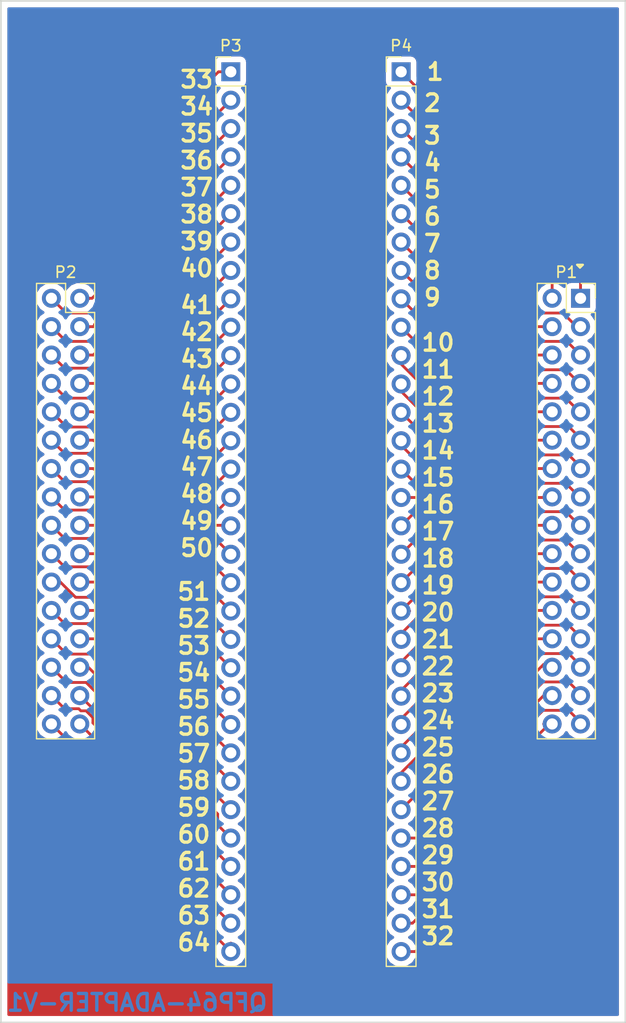
<source format=kicad_pcb>
(kicad_pcb (version 4) (host pcbnew 4.0.7)

  (general
    (links 64)
    (no_connects 0)
    (area 13.132999 13.894999 69.163001 105.485001)
    (thickness 1.6)
    (drawings 15)
    (tracks 361)
    (zones 0)
    (modules 4)
    (nets 65)
  )

  (page A4)
  (layers
    (0 F.Cu signal hide)
    (31 B.Cu signal hide)
    (32 B.Adhes user hide)
    (33 F.Adhes user hide)
    (34 B.Paste user hide)
    (35 F.Paste user hide)
    (36 B.SilkS user hide)
    (37 F.SilkS user hide)
    (38 B.Mask user hide)
    (39 F.Mask user hide)
    (40 Dwgs.User user hide)
    (41 Cmts.User user hide)
    (42 Eco1.User user hide)
    (43 Eco2.User user hide)
    (44 Edge.Cuts user)
    (45 Margin user hide)
    (46 B.CrtYd user hide)
    (47 F.CrtYd user hide)
    (48 B.Fab user hide)
    (49 F.Fab user hide)
  )

  (setup
    (last_trace_width 0.25)
    (user_trace_width 0.5)
    (user_trace_width 0.75)
    (trace_clearance 0.2)
    (zone_clearance 0.508)
    (zone_45_only yes)
    (trace_min 0.2)
    (segment_width 0.2)
    (edge_width 0.15)
    (via_size 0.6)
    (via_drill 0.4)
    (via_min_size 0.4)
    (via_min_drill 0.3)
    (uvia_size 0.3)
    (uvia_drill 0.1)
    (uvias_allowed no)
    (uvia_min_size 0.2)
    (uvia_min_drill 0.1)
    (pcb_text_width 0.3)
    (pcb_text_size 1.5 1.5)
    (mod_edge_width 0.15)
    (mod_text_size 1 1)
    (mod_text_width 0.15)
    (pad_size 1.7 1.7)
    (pad_drill 1)
    (pad_to_mask_clearance 0.2)
    (aux_axis_origin 190.5 91.44)
    (grid_origin 227.33 114.554)
    (visible_elements 7FFFFFFF)
    (pcbplotparams
      (layerselection 0x31030_80000001)
      (usegerberextensions false)
      (excludeedgelayer true)
      (linewidth 0.100000)
      (plotframeref false)
      (viasonmask false)
      (mode 1)
      (useauxorigin true)
      (hpglpennumber 1)
      (hpglpenspeed 20)
      (hpglpendiameter 15)
      (hpglpenoverlay 2)
      (psnegative false)
      (psa4output false)
      (plotreference true)
      (plotvalue true)
      (plotinvisibletext false)
      (padsonsilk false)
      (subtractmaskfromsilk false)
      (outputformat 1)
      (mirror false)
      (drillshape 0)
      (scaleselection 1)
      (outputdirectory C:/Students/NWA/project/PCB/new/gerber/))
  )

  (net 0 "")
  (net 1 /1)
  (net 2 /2)
  (net 3 /3)
  (net 4 /4)
  (net 5 /5)
  (net 6 /6)
  (net 7 /7)
  (net 8 /8)
  (net 9 /9)
  (net 10 /10)
  (net 11 /11)
  (net 12 /12)
  (net 13 /13)
  (net 14 /14)
  (net 15 /15)
  (net 16 /16)
  (net 17 /17)
  (net 18 /18)
  (net 19 /19)
  (net 20 /20)
  (net 21 /21)
  (net 22 /22)
  (net 23 /23)
  (net 24 /24)
  (net 25 /25)
  (net 26 /26)
  (net 27 /27)
  (net 28 /28)
  (net 29 /29)
  (net 30 /30)
  (net 31 /31)
  (net 32 /32)
  (net 33 /33)
  (net 34 /34)
  (net 35 /35)
  (net 36 /36)
  (net 37 /37)
  (net 38 /38)
  (net 39 /39)
  (net 40 /40)
  (net 41 /41)
  (net 42 /42)
  (net 43 /43)
  (net 44 /44)
  (net 45 /45)
  (net 46 /46)
  (net 47 /47)
  (net 48 /48)
  (net 49 /49)
  (net 50 /50)
  (net 51 /51)
  (net 52 /52)
  (net 53 /53)
  (net 54 /54)
  (net 55 /55)
  (net 56 /56)
  (net 57 /57)
  (net 58 /58)
  (net 59 /59)
  (net 60 /60)
  (net 61 /61)
  (net 62 /62)
  (net 63 /63)
  (net 64 /64)

  (net_class Default "This is the default net class."
    (clearance 0.2)
    (trace_width 0.25)
    (via_dia 0.6)
    (via_drill 0.4)
    (uvia_dia 0.3)
    (uvia_drill 0.1)
    (add_net /1)
    (add_net /10)
    (add_net /11)
    (add_net /12)
    (add_net /13)
    (add_net /14)
    (add_net /15)
    (add_net /16)
    (add_net /17)
    (add_net /18)
    (add_net /19)
    (add_net /2)
    (add_net /20)
    (add_net /21)
    (add_net /22)
    (add_net /23)
    (add_net /24)
    (add_net /25)
    (add_net /26)
    (add_net /27)
    (add_net /28)
    (add_net /29)
    (add_net /3)
    (add_net /30)
    (add_net /31)
    (add_net /32)
    (add_net /33)
    (add_net /34)
    (add_net /35)
    (add_net /36)
    (add_net /37)
    (add_net /38)
    (add_net /39)
    (add_net /4)
    (add_net /40)
    (add_net /41)
    (add_net /42)
    (add_net /43)
    (add_net /44)
    (add_net /45)
    (add_net /46)
    (add_net /47)
    (add_net /48)
    (add_net /49)
    (add_net /5)
    (add_net /50)
    (add_net /51)
    (add_net /52)
    (add_net /53)
    (add_net /54)
    (add_net /55)
    (add_net /56)
    (add_net /57)
    (add_net /58)
    (add_net /59)
    (add_net /6)
    (add_net /60)
    (add_net /61)
    (add_net /62)
    (add_net /63)
    (add_net /64)
    (add_net /7)
    (add_net /8)
    (add_net /9)
  )

  (module Socket_Strips:Socket_Strip_Straight_2x16_Pitch2.54mm locked (layer F.Cu) (tedit 59DB4358) (tstamp 59CCBC18)
    (at 20.272 40.59)
    (descr "Through hole straight socket strip, 2x16, 2.54mm pitch, double rows")
    (tags "Through hole socket strip THT 2x16 2.54mm double row")
    (path /59CC67A6)
    (fp_text reference P2 (at -1.27 -2.33) (layer F.SilkS)
      (effects (font (size 1 1) (thickness 0.15)))
    )
    (fp_text value CONN_02X16 (at -1.27 40.43) (layer F.Fab)
      (effects (font (size 1 1) (thickness 0.15)))
    )
    (fp_line (start -3.81 -1.27) (end -3.81 39.37) (layer F.Fab) (width 0.1))
    (fp_line (start -3.81 39.37) (end 1.27 39.37) (layer F.Fab) (width 0.1))
    (fp_line (start 1.27 39.37) (end 1.27 -1.27) (layer F.Fab) (width 0.1))
    (fp_line (start 1.27 -1.27) (end -3.81 -1.27) (layer F.Fab) (width 0.1))
    (fp_line (start 1.33 1.27) (end 1.33 39.43) (layer F.SilkS) (width 0.12))
    (fp_line (start 1.33 39.43) (end -3.87 39.43) (layer F.SilkS) (width 0.12))
    (fp_line (start -3.87 39.43) (end -3.87 -1.33) (layer F.SilkS) (width 0.12))
    (fp_line (start -3.87 -1.33) (end -1.27 -1.33) (layer F.SilkS) (width 0.12))
    (fp_line (start -1.27 -1.33) (end -1.27 1.27) (layer F.SilkS) (width 0.12))
    (fp_line (start -1.27 1.27) (end 1.33 1.27) (layer F.SilkS) (width 0.12))
    (fp_line (start 1.33 0) (end 1.33 -1.33) (layer F.SilkS) (width 0.12))
    (fp_line (start 1.33 -1.33) (end 0.06 -1.33) (layer F.SilkS) (width 0.12))
    (fp_line (start -4.35 -1.8) (end -4.35 39.9) (layer F.CrtYd) (width 0.05))
    (fp_line (start -4.35 39.9) (end 1.8 39.9) (layer F.CrtYd) (width 0.05))
    (fp_line (start 1.8 39.9) (end 1.8 -1.8) (layer F.CrtYd) (width 0.05))
    (fp_line (start 1.8 -1.8) (end -4.35 -1.8) (layer F.CrtYd) (width 0.05))
    (fp_text user %R (at -1.27 -2.33) (layer F.Fab)
      (effects (font (size 1 1) (thickness 0.15)))
    )
    (pad 1 thru_hole circle (at 0 0) (size 1.7 1.7) (drill 1) (layers *.Cu *.Mask)
      (net 33 /33))
    (pad 2 thru_hole oval (at -2.54 0) (size 1.7 1.7) (drill 1) (layers *.Cu *.Mask)
      (net 34 /34))
    (pad 3 thru_hole oval (at 0 2.54) (size 1.7 1.7) (drill 1) (layers *.Cu *.Mask)
      (net 35 /35))
    (pad 4 thru_hole oval (at -2.54 2.54) (size 1.7 1.7) (drill 1) (layers *.Cu *.Mask)
      (net 36 /36))
    (pad 5 thru_hole oval (at 0 5.08) (size 1.7 1.7) (drill 1) (layers *.Cu *.Mask)
      (net 37 /37))
    (pad 6 thru_hole oval (at -2.54 5.08) (size 1.7 1.7) (drill 1) (layers *.Cu *.Mask)
      (net 38 /38))
    (pad 7 thru_hole oval (at 0 7.62) (size 1.7 1.7) (drill 1) (layers *.Cu *.Mask)
      (net 39 /39))
    (pad 8 thru_hole oval (at -2.54 7.62) (size 1.7 1.7) (drill 1) (layers *.Cu *.Mask)
      (net 40 /40))
    (pad 9 thru_hole oval (at 0 10.16) (size 1.7 1.7) (drill 1) (layers *.Cu *.Mask)
      (net 41 /41))
    (pad 10 thru_hole oval (at -2.54 10.16) (size 1.7 1.7) (drill 1) (layers *.Cu *.Mask)
      (net 42 /42))
    (pad 11 thru_hole oval (at 0 12.7) (size 1.7 1.7) (drill 1) (layers *.Cu *.Mask)
      (net 43 /43))
    (pad 12 thru_hole oval (at -2.54 12.7) (size 1.7 1.7) (drill 1) (layers *.Cu *.Mask)
      (net 44 /44))
    (pad 13 thru_hole oval (at 0 15.24) (size 1.7 1.7) (drill 1) (layers *.Cu *.Mask)
      (net 45 /45))
    (pad 14 thru_hole oval (at -2.54 15.24) (size 1.7 1.7) (drill 1) (layers *.Cu *.Mask)
      (net 46 /46))
    (pad 15 thru_hole oval (at 0 17.78) (size 1.7 1.7) (drill 1) (layers *.Cu *.Mask)
      (net 47 /47))
    (pad 16 thru_hole oval (at -2.54 17.78) (size 1.7 1.7) (drill 1) (layers *.Cu *.Mask)
      (net 48 /48))
    (pad 17 thru_hole oval (at 0 20.32) (size 1.7 1.7) (drill 1) (layers *.Cu *.Mask)
      (net 49 /49))
    (pad 18 thru_hole oval (at -2.54 20.32) (size 1.7 1.7) (drill 1) (layers *.Cu *.Mask)
      (net 50 /50))
    (pad 19 thru_hole oval (at 0 22.86) (size 1.7 1.7) (drill 1) (layers *.Cu *.Mask)
      (net 51 /51))
    (pad 20 thru_hole oval (at -2.54 22.86) (size 1.7 1.7) (drill 1) (layers *.Cu *.Mask)
      (net 52 /52))
    (pad 21 thru_hole oval (at 0 25.4) (size 1.7 1.7) (drill 1) (layers *.Cu *.Mask)
      (net 53 /53))
    (pad 22 thru_hole oval (at -2.54 25.4) (size 1.7 1.7) (drill 1) (layers *.Cu *.Mask)
      (net 54 /54))
    (pad 23 thru_hole oval (at 0 27.94) (size 1.7 1.7) (drill 1) (layers *.Cu *.Mask)
      (net 55 /55))
    (pad 24 thru_hole oval (at -2.54 27.94) (size 1.7 1.7) (drill 1) (layers *.Cu *.Mask)
      (net 56 /56))
    (pad 25 thru_hole oval (at 0 30.48) (size 1.7 1.7) (drill 1) (layers *.Cu *.Mask)
      (net 57 /57))
    (pad 26 thru_hole oval (at -2.54 30.48) (size 1.7 1.7) (drill 1) (layers *.Cu *.Mask)
      (net 58 /58))
    (pad 27 thru_hole oval (at 0 33.02) (size 1.7 1.7) (drill 1) (layers *.Cu *.Mask)
      (net 59 /59))
    (pad 28 thru_hole oval (at -2.54 33.02) (size 1.7 1.7) (drill 1) (layers *.Cu *.Mask)
      (net 60 /60))
    (pad 29 thru_hole oval (at 0 35.56) (size 1.7 1.7) (drill 1) (layers *.Cu *.Mask)
      (net 61 /61))
    (pad 30 thru_hole oval (at -2.54 35.56) (size 1.7 1.7) (drill 1) (layers *.Cu *.Mask)
      (net 62 /62))
    (pad 31 thru_hole oval (at 0 38.1) (size 1.7 1.7) (drill 1) (layers *.Cu *.Mask)
      (net 63 /63))
    (pad 32 thru_hole oval (at -2.54 38.1) (size 1.7 1.7) (drill 1) (layers *.Cu *.Mask)
      (net 64 /64))
    (model ${KISYS3DMOD}/Socket_Strips.3dshapes/Socket_Strip_Straight_2x16_Pitch2.54mm.wrl
      (at (xyz -0.05 -0.75 0))
      (scale (xyz 1 1 1))
      (rotate (xyz 0 0 270))
    )
  )

  (module Socket_Strips:Socket_Strip_Straight_2x16_Pitch2.54mm locked (layer F.Cu) (tedit 58CD5449) (tstamp 59CCBBF4)
    (at 65.072 40.59)
    (descr "Through hole straight socket strip, 2x16, 2.54mm pitch, double rows")
    (tags "Through hole socket strip THT 2x16 2.54mm double row")
    (path /59CC6557)
    (fp_text reference P1 (at -1.27 -2.33) (layer F.SilkS)
      (effects (font (size 1 1) (thickness 0.15)))
    )
    (fp_text value CONN_02X16 (at -1.27 40.43) (layer F.Fab)
      (effects (font (size 1 1) (thickness 0.15)))
    )
    (fp_line (start -3.81 -1.27) (end -3.81 39.37) (layer F.Fab) (width 0.1))
    (fp_line (start -3.81 39.37) (end 1.27 39.37) (layer F.Fab) (width 0.1))
    (fp_line (start 1.27 39.37) (end 1.27 -1.27) (layer F.Fab) (width 0.1))
    (fp_line (start 1.27 -1.27) (end -3.81 -1.27) (layer F.Fab) (width 0.1))
    (fp_line (start 1.33 1.27) (end 1.33 39.43) (layer F.SilkS) (width 0.12))
    (fp_line (start 1.33 39.43) (end -3.87 39.43) (layer F.SilkS) (width 0.12))
    (fp_line (start -3.87 39.43) (end -3.87 -1.33) (layer F.SilkS) (width 0.12))
    (fp_line (start -3.87 -1.33) (end -1.27 -1.33) (layer F.SilkS) (width 0.12))
    (fp_line (start -1.27 -1.33) (end -1.27 1.27) (layer F.SilkS) (width 0.12))
    (fp_line (start -1.27 1.27) (end 1.33 1.27) (layer F.SilkS) (width 0.12))
    (fp_line (start 1.33 0) (end 1.33 -1.33) (layer F.SilkS) (width 0.12))
    (fp_line (start 1.33 -1.33) (end 0.06 -1.33) (layer F.SilkS) (width 0.12))
    (fp_line (start -4.35 -1.8) (end -4.35 39.9) (layer F.CrtYd) (width 0.05))
    (fp_line (start -4.35 39.9) (end 1.8 39.9) (layer F.CrtYd) (width 0.05))
    (fp_line (start 1.8 39.9) (end 1.8 -1.8) (layer F.CrtYd) (width 0.05))
    (fp_line (start 1.8 -1.8) (end -4.35 -1.8) (layer F.CrtYd) (width 0.05))
    (fp_text user %R (at -1.27 -2.33) (layer F.Fab)
      (effects (font (size 1 1) (thickness 0.15)))
    )
    (pad 1 thru_hole rect (at 0 0) (size 1.7 1.7) (drill 1) (layers *.Cu *.Mask)
      (net 1 /1))
    (pad 2 thru_hole oval (at -2.54 0) (size 1.7 1.7) (drill 1) (layers *.Cu *.Mask)
      (net 2 /2))
    (pad 3 thru_hole oval (at 0 2.54) (size 1.7 1.7) (drill 1) (layers *.Cu *.Mask)
      (net 3 /3))
    (pad 4 thru_hole oval (at -2.54 2.54) (size 1.7 1.7) (drill 1) (layers *.Cu *.Mask)
      (net 4 /4))
    (pad 5 thru_hole oval (at 0 5.08) (size 1.7 1.7) (drill 1) (layers *.Cu *.Mask)
      (net 5 /5))
    (pad 6 thru_hole oval (at -2.54 5.08) (size 1.7 1.7) (drill 1) (layers *.Cu *.Mask)
      (net 6 /6))
    (pad 7 thru_hole oval (at 0 7.62) (size 1.7 1.7) (drill 1) (layers *.Cu *.Mask)
      (net 7 /7))
    (pad 8 thru_hole oval (at -2.54 7.62) (size 1.7 1.7) (drill 1) (layers *.Cu *.Mask)
      (net 8 /8))
    (pad 9 thru_hole oval (at 0 10.16) (size 1.7 1.7) (drill 1) (layers *.Cu *.Mask)
      (net 9 /9))
    (pad 10 thru_hole oval (at -2.54 10.16) (size 1.7 1.7) (drill 1) (layers *.Cu *.Mask)
      (net 10 /10))
    (pad 11 thru_hole oval (at 0 12.7) (size 1.7 1.7) (drill 1) (layers *.Cu *.Mask)
      (net 11 /11))
    (pad 12 thru_hole oval (at -2.54 12.7) (size 1.7 1.7) (drill 1) (layers *.Cu *.Mask)
      (net 12 /12))
    (pad 13 thru_hole oval (at 0 15.24) (size 1.7 1.7) (drill 1) (layers *.Cu *.Mask)
      (net 13 /13))
    (pad 14 thru_hole oval (at -2.54 15.24) (size 1.7 1.7) (drill 1) (layers *.Cu *.Mask)
      (net 14 /14))
    (pad 15 thru_hole oval (at 0 17.78) (size 1.7 1.7) (drill 1) (layers *.Cu *.Mask)
      (net 15 /15))
    (pad 16 thru_hole oval (at -2.54 17.78) (size 1.7 1.7) (drill 1) (layers *.Cu *.Mask)
      (net 16 /16))
    (pad 17 thru_hole oval (at 0 20.32) (size 1.7 1.7) (drill 1) (layers *.Cu *.Mask)
      (net 17 /17))
    (pad 18 thru_hole oval (at -2.54 20.32) (size 1.7 1.7) (drill 1) (layers *.Cu *.Mask)
      (net 18 /18))
    (pad 19 thru_hole oval (at 0 22.86) (size 1.7 1.7) (drill 1) (layers *.Cu *.Mask)
      (net 19 /19))
    (pad 20 thru_hole oval (at -2.54 22.86) (size 1.7 1.7) (drill 1) (layers *.Cu *.Mask)
      (net 20 /20))
    (pad 21 thru_hole oval (at 0 25.4) (size 1.7 1.7) (drill 1) (layers *.Cu *.Mask)
      (net 21 /21))
    (pad 22 thru_hole oval (at -2.54 25.4) (size 1.7 1.7) (drill 1) (layers *.Cu *.Mask)
      (net 22 /22))
    (pad 23 thru_hole oval (at 0 27.94) (size 1.7 1.7) (drill 1) (layers *.Cu *.Mask)
      (net 23 /23))
    (pad 24 thru_hole oval (at -2.54 27.94) (size 1.7 1.7) (drill 1) (layers *.Cu *.Mask)
      (net 24 /24))
    (pad 25 thru_hole oval (at 0 30.48) (size 1.7 1.7) (drill 1) (layers *.Cu *.Mask)
      (net 25 /25))
    (pad 26 thru_hole oval (at -2.54 30.48) (size 1.7 1.7) (drill 1) (layers *.Cu *.Mask)
      (net 26 /26))
    (pad 27 thru_hole oval (at 0 33.02) (size 1.7 1.7) (drill 1) (layers *.Cu *.Mask)
      (net 27 /27))
    (pad 28 thru_hole oval (at -2.54 33.02) (size 1.7 1.7) (drill 1) (layers *.Cu *.Mask)
      (net 28 /28))
    (pad 29 thru_hole oval (at 0 35.56) (size 1.7 1.7) (drill 1) (layers *.Cu *.Mask)
      (net 29 /29))
    (pad 30 thru_hole oval (at -2.54 35.56) (size 1.7 1.7) (drill 1) (layers *.Cu *.Mask)
      (net 30 /30))
    (pad 31 thru_hole oval (at 0 38.1) (size 1.7 1.7) (drill 1) (layers *.Cu *.Mask)
      (net 31 /31))
    (pad 32 thru_hole oval (at -2.54 38.1) (size 1.7 1.7) (drill 1) (layers *.Cu *.Mask)
      (net 32 /32))
    (model ${KISYS3DMOD}/Socket_Strips.3dshapes/Socket_Strip_Straight_2x16_Pitch2.54mm.wrl
      (at (xyz -0.05 -0.75 0))
      (scale (xyz 1 1 1))
      (rotate (xyz 0 0 270))
    )
  )

  (module Pin_Headers:Pin_Header_Straight_1x32_Pitch2.54mm locked (layer F.Cu) (tedit 59650532) (tstamp 59CCBC3C)
    (at 33.782 20.32)
    (descr "Through hole straight pin header, 1x32, 2.54mm pitch, single row")
    (tags "Through hole pin header THT 1x32 2.54mm single row")
    (path /59CC69DA)
    (fp_text reference P3 (at 0 -2.33) (layer F.SilkS)
      (effects (font (size 1 1) (thickness 0.15)))
    )
    (fp_text value CONN_01X32 (at 0 81.07) (layer F.Fab)
      (effects (font (size 1 1) (thickness 0.15)))
    )
    (fp_line (start -0.635 -1.27) (end 1.27 -1.27) (layer F.Fab) (width 0.1))
    (fp_line (start 1.27 -1.27) (end 1.27 80.01) (layer F.Fab) (width 0.1))
    (fp_line (start 1.27 80.01) (end -1.27 80.01) (layer F.Fab) (width 0.1))
    (fp_line (start -1.27 80.01) (end -1.27 -0.635) (layer F.Fab) (width 0.1))
    (fp_line (start -1.27 -0.635) (end -0.635 -1.27) (layer F.Fab) (width 0.1))
    (fp_line (start -1.33 80.07) (end 1.33 80.07) (layer F.SilkS) (width 0.12))
    (fp_line (start -1.33 1.27) (end -1.33 80.07) (layer F.SilkS) (width 0.12))
    (fp_line (start 1.33 1.27) (end 1.33 80.07) (layer F.SilkS) (width 0.12))
    (fp_line (start -1.33 1.27) (end 1.33 1.27) (layer F.SilkS) (width 0.12))
    (fp_line (start -1.33 0) (end -1.33 -1.33) (layer F.SilkS) (width 0.12))
    (fp_line (start -1.33 -1.33) (end 0 -1.33) (layer F.SilkS) (width 0.12))
    (fp_line (start -1.8 -1.8) (end -1.8 80.55) (layer F.CrtYd) (width 0.05))
    (fp_line (start -1.8 80.55) (end 1.8 80.55) (layer F.CrtYd) (width 0.05))
    (fp_line (start 1.8 80.55) (end 1.8 -1.8) (layer F.CrtYd) (width 0.05))
    (fp_line (start 1.8 -1.8) (end -1.8 -1.8) (layer F.CrtYd) (width 0.05))
    (fp_text user %R (at 0 39.37 90) (layer F.Fab)
      (effects (font (size 1 1) (thickness 0.15)))
    )
    (pad 1 thru_hole rect (at 0 0) (size 1.7 1.7) (drill 1) (layers *.Cu *.Mask)
      (net 33 /33))
    (pad 2 thru_hole oval (at 0 2.54) (size 1.7 1.7) (drill 1) (layers *.Cu *.Mask)
      (net 34 /34))
    (pad 3 thru_hole oval (at 0 5.08) (size 1.7 1.7) (drill 1) (layers *.Cu *.Mask)
      (net 35 /35))
    (pad 4 thru_hole oval (at 0 7.62) (size 1.7 1.7) (drill 1) (layers *.Cu *.Mask)
      (net 36 /36))
    (pad 5 thru_hole oval (at 0 10.16) (size 1.7 1.7) (drill 1) (layers *.Cu *.Mask)
      (net 37 /37))
    (pad 6 thru_hole oval (at 0 12.7) (size 1.7 1.7) (drill 1) (layers *.Cu *.Mask)
      (net 38 /38))
    (pad 7 thru_hole oval (at 0 15.24) (size 1.7 1.7) (drill 1) (layers *.Cu *.Mask)
      (net 39 /39))
    (pad 8 thru_hole oval (at 0 17.78) (size 1.7 1.7) (drill 1) (layers *.Cu *.Mask)
      (net 40 /40))
    (pad 9 thru_hole oval (at 0 20.32) (size 1.7 1.7) (drill 1) (layers *.Cu *.Mask)
      (net 41 /41))
    (pad 10 thru_hole oval (at 0 22.86) (size 1.7 1.7) (drill 1) (layers *.Cu *.Mask)
      (net 42 /42))
    (pad 11 thru_hole oval (at 0 25.4) (size 1.7 1.7) (drill 1) (layers *.Cu *.Mask)
      (net 43 /43))
    (pad 12 thru_hole oval (at 0 27.94) (size 1.7 1.7) (drill 1) (layers *.Cu *.Mask)
      (net 44 /44))
    (pad 13 thru_hole oval (at 0 30.48) (size 1.7 1.7) (drill 1) (layers *.Cu *.Mask)
      (net 45 /45))
    (pad 14 thru_hole oval (at 0 33.02) (size 1.7 1.7) (drill 1) (layers *.Cu *.Mask)
      (net 46 /46))
    (pad 15 thru_hole oval (at 0 35.56) (size 1.7 1.7) (drill 1) (layers *.Cu *.Mask)
      (net 47 /47))
    (pad 16 thru_hole oval (at 0 38.1) (size 1.7 1.7) (drill 1) (layers *.Cu *.Mask)
      (net 48 /48))
    (pad 17 thru_hole oval (at 0 40.64) (size 1.7 1.7) (drill 1) (layers *.Cu *.Mask)
      (net 49 /49))
    (pad 18 thru_hole oval (at 0 43.18) (size 1.7 1.7) (drill 1) (layers *.Cu *.Mask)
      (net 50 /50))
    (pad 19 thru_hole oval (at 0 45.72) (size 1.7 1.7) (drill 1) (layers *.Cu *.Mask)
      (net 51 /51))
    (pad 20 thru_hole oval (at 0 48.26) (size 1.7 1.7) (drill 1) (layers *.Cu *.Mask)
      (net 52 /52))
    (pad 21 thru_hole oval (at 0 50.8) (size 1.7 1.7) (drill 1) (layers *.Cu *.Mask)
      (net 53 /53))
    (pad 22 thru_hole oval (at 0 53.34) (size 1.7 1.7) (drill 1) (layers *.Cu *.Mask)
      (net 54 /54))
    (pad 23 thru_hole oval (at 0 55.88) (size 1.7 1.7) (drill 1) (layers *.Cu *.Mask)
      (net 55 /55))
    (pad 24 thru_hole oval (at 0 58.42) (size 1.7 1.7) (drill 1) (layers *.Cu *.Mask)
      (net 56 /56))
    (pad 25 thru_hole oval (at 0 60.96) (size 1.7 1.7) (drill 1) (layers *.Cu *.Mask)
      (net 57 /57))
    (pad 26 thru_hole oval (at 0 63.5) (size 1.7 1.7) (drill 1) (layers *.Cu *.Mask)
      (net 58 /58))
    (pad 27 thru_hole oval (at 0 66.04) (size 1.7 1.7) (drill 1) (layers *.Cu *.Mask)
      (net 59 /59))
    (pad 28 thru_hole oval (at 0 68.58) (size 1.7 1.7) (drill 1) (layers *.Cu *.Mask)
      (net 60 /60))
    (pad 29 thru_hole oval (at 0 71.12) (size 1.7 1.7) (drill 1) (layers *.Cu *.Mask)
      (net 61 /61))
    (pad 30 thru_hole oval (at 0 73.66) (size 1.7 1.7) (drill 1) (layers *.Cu *.Mask)
      (net 62 /62))
    (pad 31 thru_hole oval (at 0 76.2) (size 1.7 1.7) (drill 1) (layers *.Cu *.Mask)
      (net 63 /63))
    (pad 32 thru_hole oval (at 0 78.74) (size 1.7 1.7) (drill 1) (layers *.Cu *.Mask)
      (net 64 /64))
    (model ${KISYS3DMOD}/Pin_Headers.3dshapes/Pin_Header_Straight_1x32_Pitch2.54mm.wrl
      (at (xyz 0 0 0))
      (scale (xyz 1 1 1))
      (rotate (xyz 0 0 0))
    )
  )

  (module Pin_Headers:Pin_Header_Straight_1x32_Pitch2.54mm locked (layer F.Cu) (tedit 59650532) (tstamp 59CCBC60)
    (at 49.022 20.32)
    (descr "Through hole straight pin header, 1x32, 2.54mm pitch, single row")
    (tags "Through hole pin header THT 1x32 2.54mm single row")
    (path /59CC6BDC)
    (fp_text reference P4 (at 0 -2.33) (layer F.SilkS)
      (effects (font (size 1 1) (thickness 0.15)))
    )
    (fp_text value CONN_01X32 (at 0 81.07) (layer F.Fab)
      (effects (font (size 1 1) (thickness 0.15)))
    )
    (fp_line (start -0.635 -1.27) (end 1.27 -1.27) (layer F.Fab) (width 0.1))
    (fp_line (start 1.27 -1.27) (end 1.27 80.01) (layer F.Fab) (width 0.1))
    (fp_line (start 1.27 80.01) (end -1.27 80.01) (layer F.Fab) (width 0.1))
    (fp_line (start -1.27 80.01) (end -1.27 -0.635) (layer F.Fab) (width 0.1))
    (fp_line (start -1.27 -0.635) (end -0.635 -1.27) (layer F.Fab) (width 0.1))
    (fp_line (start -1.33 80.07) (end 1.33 80.07) (layer F.SilkS) (width 0.12))
    (fp_line (start -1.33 1.27) (end -1.33 80.07) (layer F.SilkS) (width 0.12))
    (fp_line (start 1.33 1.27) (end 1.33 80.07) (layer F.SilkS) (width 0.12))
    (fp_line (start -1.33 1.27) (end 1.33 1.27) (layer F.SilkS) (width 0.12))
    (fp_line (start -1.33 0) (end -1.33 -1.33) (layer F.SilkS) (width 0.12))
    (fp_line (start -1.33 -1.33) (end 0 -1.33) (layer F.SilkS) (width 0.12))
    (fp_line (start -1.8 -1.8) (end -1.8 80.55) (layer F.CrtYd) (width 0.05))
    (fp_line (start -1.8 80.55) (end 1.8 80.55) (layer F.CrtYd) (width 0.05))
    (fp_line (start 1.8 80.55) (end 1.8 -1.8) (layer F.CrtYd) (width 0.05))
    (fp_line (start 1.8 -1.8) (end -1.8 -1.8) (layer F.CrtYd) (width 0.05))
    (fp_text user %R (at 0 39.37 90) (layer F.Fab)
      (effects (font (size 1 1) (thickness 0.15)))
    )
    (pad 1 thru_hole rect (at 0 0) (size 1.7 1.7) (drill 1) (layers *.Cu *.Mask)
      (net 1 /1))
    (pad 2 thru_hole oval (at 0 2.54) (size 1.7 1.7) (drill 1) (layers *.Cu *.Mask)
      (net 2 /2))
    (pad 3 thru_hole oval (at 0 5.08) (size 1.7 1.7) (drill 1) (layers *.Cu *.Mask)
      (net 3 /3))
    (pad 4 thru_hole oval (at 0 7.62) (size 1.7 1.7) (drill 1) (layers *.Cu *.Mask)
      (net 4 /4))
    (pad 5 thru_hole oval (at 0 10.16) (size 1.7 1.7) (drill 1) (layers *.Cu *.Mask)
      (net 5 /5))
    (pad 6 thru_hole oval (at 0 12.7) (size 1.7 1.7) (drill 1) (layers *.Cu *.Mask)
      (net 6 /6))
    (pad 7 thru_hole oval (at 0 15.24) (size 1.7 1.7) (drill 1) (layers *.Cu *.Mask)
      (net 7 /7))
    (pad 8 thru_hole oval (at 0 17.78) (size 1.7 1.7) (drill 1) (layers *.Cu *.Mask)
      (net 8 /8))
    (pad 9 thru_hole oval (at 0 20.32) (size 1.7 1.7) (drill 1) (layers *.Cu *.Mask)
      (net 9 /9))
    (pad 10 thru_hole oval (at 0 22.86) (size 1.7 1.7) (drill 1) (layers *.Cu *.Mask)
      (net 10 /10))
    (pad 11 thru_hole oval (at 0 25.4) (size 1.7 1.7) (drill 1) (layers *.Cu *.Mask)
      (net 11 /11))
    (pad 12 thru_hole oval (at 0 27.94) (size 1.7 1.7) (drill 1) (layers *.Cu *.Mask)
      (net 12 /12))
    (pad 13 thru_hole oval (at 0 30.48) (size 1.7 1.7) (drill 1) (layers *.Cu *.Mask)
      (net 13 /13))
    (pad 14 thru_hole oval (at 0 33.02) (size 1.7 1.7) (drill 1) (layers *.Cu *.Mask)
      (net 14 /14))
    (pad 15 thru_hole oval (at 0 35.56) (size 1.7 1.7) (drill 1) (layers *.Cu *.Mask)
      (net 15 /15))
    (pad 16 thru_hole oval (at 0 38.1) (size 1.7 1.7) (drill 1) (layers *.Cu *.Mask)
      (net 16 /16))
    (pad 17 thru_hole oval (at 0 40.64) (size 1.7 1.7) (drill 1) (layers *.Cu *.Mask)
      (net 17 /17))
    (pad 18 thru_hole oval (at 0 43.18) (size 1.7 1.7) (drill 1) (layers *.Cu *.Mask)
      (net 18 /18))
    (pad 19 thru_hole oval (at 0 45.72) (size 1.7 1.7) (drill 1) (layers *.Cu *.Mask)
      (net 19 /19))
    (pad 20 thru_hole oval (at 0 48.26) (size 1.7 1.7) (drill 1) (layers *.Cu *.Mask)
      (net 20 /20))
    (pad 21 thru_hole oval (at 0 50.8) (size 1.7 1.7) (drill 1) (layers *.Cu *.Mask)
      (net 21 /21))
    (pad 22 thru_hole oval (at 0 53.34) (size 1.7 1.7) (drill 1) (layers *.Cu *.Mask)
      (net 22 /22))
    (pad 23 thru_hole oval (at 0 55.88) (size 1.7 1.7) (drill 1) (layers *.Cu *.Mask)
      (net 23 /23))
    (pad 24 thru_hole oval (at 0 58.42) (size 1.7 1.7) (drill 1) (layers *.Cu *.Mask)
      (net 24 /24))
    (pad 25 thru_hole oval (at 0 60.96) (size 1.7 1.7) (drill 1) (layers *.Cu *.Mask)
      (net 25 /25))
    (pad 26 thru_hole oval (at 0 63.5) (size 1.7 1.7) (drill 1) (layers *.Cu *.Mask)
      (net 26 /26))
    (pad 27 thru_hole oval (at 0 66.04) (size 1.7 1.7) (drill 1) (layers *.Cu *.Mask)
      (net 27 /27))
    (pad 28 thru_hole oval (at 0 68.58) (size 1.7 1.7) (drill 1) (layers *.Cu *.Mask)
      (net 28 /28))
    (pad 29 thru_hole oval (at 0 71.12) (size 1.7 1.7) (drill 1) (layers *.Cu *.Mask)
      (net 29 /29))
    (pad 30 thru_hole oval (at 0 73.66) (size 1.7 1.7) (drill 1) (layers *.Cu *.Mask)
      (net 30 /30))
    (pad 31 thru_hole oval (at 0 76.2) (size 1.7 1.7) (drill 1) (layers *.Cu *.Mask)
      (net 31 /31))
    (pad 32 thru_hole oval (at 0 78.74) (size 1.7 1.7) (drill 1) (layers *.Cu *.Mask)
      (net 32 /32))
    (model ${KISYS3DMOD}/Pin_Headers.3dshapes/Pin_Header_Straight_1x32_Pitch2.54mm.wrl
      (at (xyz 0 0 0))
      (scale (xyz 1 1 1))
      (rotate (xyz 0 0 0))
    )
  )

  (gr_line (start 65.024 37.846) (end 64.77 37.592) (angle 90) (layer F.SilkS) (width 0.2))
  (gr_line (start 65.278 37.592) (end 65.024 37.846) (angle 90) (layer F.SilkS) (width 0.2))
  (gr_line (start 64.77 37.592) (end 65.278 37.592) (angle 90) (layer F.SilkS) (width 0.2))
  (gr_text QFP64-ADAPTER-V1 (at 25.4 103.632) (layer B.Cu)
    (effects (font (size 1.5 1.5) (thickness 0.3)) (justify mirror))
  )
  (gr_text "10\n11\n12\n13\n14\n15\n16\n17\n18\n19\n20\n21\n22\n23\n24\n25\n26\n27\n28\n29\n30\n31\n32" (at 52.324 71.12) (layer F.SilkS)
    (effects (font (size 1.5 1.5) (thickness 0.3)))
  )
  (gr_text "51\n52\n53\n54\n55\n56\n57\n58\n59\n60\n61\n62\n63\n64" (at 30.48 82.55) (layer F.SilkS)
    (effects (font (size 1.5 1.5) (thickness 0.3)))
  )
  (gr_text "41\n42\n43\n44\n45\n46\n47\n48\n49\n50" (at 30.734 52.07) (layer F.SilkS)
    (effects (font (size 1.5 1.5) (thickness 0.3)))
  )
  (gr_text "33\n34\n35\n36\n37\n38\n39\n40" (at 30.734 29.464) (layer F.SilkS)
    (effects (font (size 1.5 1.5) (thickness 0.3)))
  )
  (gr_text "3\n4\n5\n6\n7\n8\n9\n" (at 51.816 33.274) (layer F.SilkS)
    (effects (font (size 1.5 1.5) (thickness 0.3)))
  )
  (gr_text 2 (at 51.816 23.114) (layer F.SilkS)
    (effects (font (size 1.5 1.5) (thickness 0.3)))
  )
  (gr_text 1 (at 52.07 20.32) (layer F.SilkS)
    (effects (font (size 1.5 1.5) (thickness 0.3)))
  )
  (gr_line (start 13.208 105.41) (end 13.208 13.97) (angle 90) (layer Edge.Cuts) (width 0.15))
  (gr_line (start 69.088 105.41) (end 13.208 105.41) (angle 90) (layer Edge.Cuts) (width 0.15))
  (gr_line (start 69.088 13.97) (end 69.088 105.41) (angle 90) (layer Edge.Cuts) (width 0.15))
  (gr_line (start 13.208 13.97) (end 69.088 13.97) (angle 90) (layer Edge.Cuts) (width 0.15))

  (segment (start 17.732 38.09) (end 17.732 38.306) (width 0.25) (layer F.Cu) (net 0))
  (segment (start 17.732 38.09) (end 17.732 38.306) (width 0.25) (layer F.Cu) (net 0))
  (segment (start 65.072 40.59) (end 65.072 36.37) (width 0.25) (layer F.Cu) (net 1))
  (segment (start 65.072 36.37) (end 49.022 20.32) (width 0.25) (layer F.Cu) (net 1) (tstamp 59D0E53A))
  (segment (start 49.022 20.32) (end 49.022 20.574) (width 0.25) (layer F.Cu) (net 1))
  (segment (start 62.532 40.59) (end 62.532 36.37) (width 0.25) (layer F.Cu) (net 2))
  (segment (start 62.532 36.37) (end 49.022 22.86) (width 0.25) (layer F.Cu) (net 2) (tstamp 59D0E534))
  (segment (start 60.198 41.91) (end 59.436 41.148) (width 0.25) (layer F.Cu) (net 3) (tstamp 59D0E91C))
  (segment (start 59.436 41.148) (end 59.436 35.814) (width 0.25) (layer F.Cu) (net 3) (tstamp 59D0E91E))
  (segment (start 59.436 35.814) (end 49.022 25.4) (width 0.25) (layer F.Cu) (net 3) (tstamp 59D0E91F))
  (segment (start 65.072 43.13) (end 64.72 43.13) (width 0.25) (layer F.Cu) (net 3))
  (segment (start 64.72 43.13) (end 63.5 41.91) (width 0.25) (layer F.Cu) (net 3) (tstamp 59D0E915))
  (segment (start 63.5 41.91) (end 60.198 41.91) (width 0.25) (layer F.Cu) (net 3) (tstamp 59D0E918))
  (segment (start 65.072 43.13) (end 65.072 42.72) (width 0.25) (layer F.Cu) (net 3))
  (segment (start 65.072 43.13) (end 65.072 42.974) (width 0.25) (layer F.Cu) (net 3))
  (segment (start 60.706 43.13) (end 58.878 43.13) (width 0.25) (layer F.Cu) (net 4))
  (segment (start 58.878 43.13) (end 57.912 42.164) (width 0.25) (layer F.Cu) (net 4) (tstamp 59D0E8FC))
  (segment (start 57.912 42.164) (end 57.912 36.83) (width 0.25) (layer F.Cu) (net 4) (tstamp 59D0E8FD))
  (segment (start 57.912 36.83) (end 49.022 27.94) (width 0.25) (layer F.Cu) (net 4) (tstamp 59D0E8FF))
  (segment (start 62.532 43.13) (end 60.706 43.13) (width 0.25) (layer F.Cu) (net 4))
  (segment (start 60.706 43.13) (end 60.402 43.13) (width 0.25) (layer F.Cu) (net 4) (tstamp 59D0E8FA))
  (segment (start 49.022 28.448) (end 49.022 27.94) (width 0.25) (layer F.Cu) (net 4) (tstamp 59D0E525))
  (segment (start 62.532 43.13) (end 62.532 42.974) (width 0.25) (layer F.Cu) (net 4))
  (segment (start 49.022 30.48) (end 56.642 38.1) (width 0.25) (layer F.Cu) (net 5))
  (segment (start 56.642 38.1) (end 56.642 42.672) (width 0.25) (layer F.Cu) (net 5) (tstamp 59D0E8EC))
  (segment (start 56.642 42.672) (end 58.42 44.45) (width 0.25) (layer F.Cu) (net 5) (tstamp 59D0E8EF))
  (segment (start 58.42 44.45) (end 63.852 44.45) (width 0.25) (layer F.Cu) (net 5) (tstamp 59D0E8F4))
  (segment (start 63.852 44.45) (end 65.072 45.67) (width 0.25) (layer F.Cu) (net 5) (tstamp 59D0E8F6))
  (segment (start 65.072 45.67) (end 64.974 45.67) (width 0.25) (layer F.Cu) (net 5))
  (segment (start 65.072 45.67) (end 64.974 45.67) (width 0.25) (layer F.Cu) (net 5))
  (segment (start 62.532 45.67) (end 56.946 45.67) (width 0.25) (layer F.Cu) (net 6))
  (segment (start 56.946 45.67) (end 55.726 44.45) (width 0.25) (layer F.Cu) (net 6) (tstamp 59D0E8CC))
  (segment (start 55.726 44.45) (end 55.726 39.724) (width 0.25) (layer F.Cu) (net 6) (tstamp 59D0E8CD))
  (segment (start 55.726 39.724) (end 49.022 33.02) (width 0.25) (layer F.Cu) (net 6) (tstamp 59D0E8CE))
  (segment (start 49.022 33.274) (end 49.022 33.02) (width 0.25) (layer F.Cu) (net 6) (tstamp 59D0E514))
  (segment (start 49.022 33.02) (end 49.022 33.274) (width 0.25) (layer F.Cu) (net 6))
  (segment (start 63.754 46.99) (end 56.134 46.99) (width 0.25) (layer F.Cu) (net 7) (tstamp 59D0E8A7))
  (segment (start 56.134 46.99) (end 54.102 44.958) (width 0.25) (layer F.Cu) (net 7) (tstamp 59D0E8AB))
  (segment (start 54.102 44.958) (end 54.102 40.64) (width 0.25) (layer F.Cu) (net 7) (tstamp 59D0E8AD))
  (segment (start 54.102 40.64) (end 49.022 35.56) (width 0.25) (layer F.Cu) (net 7) (tstamp 59D0E8AF))
  (segment (start 65.072 48.21) (end 64.974 48.21) (width 0.25) (layer F.Cu) (net 7))
  (segment (start 64.974 48.21) (end 63.754 46.99) (width 0.25) (layer F.Cu) (net 7) (tstamp 59D0E8A6))
  (segment (start 65.072 48.21) (end 65.072 48.054) (width 0.25) (layer F.Cu) (net 7))
  (segment (start 65.072 48.21) (end 65.072 48.054) (width 0.25) (layer F.Cu) (net 7))
  (segment (start 53.086 45.212) (end 53.086 45.466) (width 0.25) (layer F.Cu) (net 8))
  (segment (start 53.086 45.466) (end 55.83 48.21) (width 0.25) (layer F.Cu) (net 8) (tstamp 59D0E888))
  (segment (start 55.83 48.21) (end 62.532 48.21) (width 0.25) (layer F.Cu) (net 8) (tstamp 59D0E889))
  (segment (start 53.086 45.466) (end 53.086 45.212) (width 0.25) (layer F.Cu) (net 8) (tstamp 59D0E500))
  (segment (start 53.086 45.212) (end 53.086 42.164) (width 0.25) (layer F.Cu) (net 8) (tstamp 59D0E886))
  (segment (start 53.086 42.164) (end 49.022 38.1) (width 0.25) (layer F.Cu) (net 8) (tstamp 59D0E502))
  (segment (start 49.022 38.254) (end 49.022 38.1) (width 0.25) (layer F.Cu) (net 8) (tstamp 59CF5312))
  (segment (start 49.022 38.354) (end 49.022 38.1) (width 0.25) (layer F.Cu) (net 8) (tstamp 59CF530D))
  (segment (start 63.754 49.53) (end 55.372 49.53) (width 0.25) (layer F.Cu) (net 9) (tstamp 59D0E8C0))
  (segment (start 55.372 49.53) (end 52.07 46.228) (width 0.25) (layer F.Cu) (net 9) (tstamp 59D0E8C4))
  (segment (start 52.07 46.228) (end 52.07 43.688) (width 0.25) (layer F.Cu) (net 9) (tstamp 59D0E8C6))
  (segment (start 52.07 43.688) (end 49.022 40.64) (width 0.25) (layer F.Cu) (net 9) (tstamp 59D0E8C8))
  (segment (start 65.072 50.75) (end 64.974 50.75) (width 0.25) (layer F.Cu) (net 9))
  (segment (start 64.974 50.75) (end 63.754 49.53) (width 0.25) (layer F.Cu) (net 9) (tstamp 59D0E8BF))
  (segment (start 65.072 50.75) (end 65.072 50.594) (width 0.25) (layer F.Cu) (net 9))
  (segment (start 65.072 50.75) (end 65.072 50.594) (width 0.25) (layer F.Cu) (net 9))
  (segment (start 50.8 46.736) (end 54.814 50.75) (width 0.25) (layer F.Cu) (net 10) (tstamp 59D0E87A))
  (segment (start 54.814 50.75) (end 62.532 50.75) (width 0.25) (layer F.Cu) (net 10) (tstamp 59D0E87B))
  (segment (start 50.8 46.228) (end 50.8 46.736) (width 0.25) (layer F.Cu) (net 10))
  (segment (start 50.8 46.382) (end 50.8 46.228) (width 0.25) (layer F.Cu) (net 10) (tstamp 59D0E4ED))
  (segment (start 50.8 46.228) (end 50.8 44.958) (width 0.25) (layer F.Cu) (net 10) (tstamp 59D0E878))
  (segment (start 50.8 44.958) (end 49.022 43.18) (width 0.25) (layer F.Cu) (net 10) (tstamp 59D0E4EF))
  (segment (start 49.022 43.334) (end 49.022 43.18) (width 0.25) (layer F.Cu) (net 10) (tstamp 59CF5301))
  (segment (start 64.008 52.07) (end 54.61 52.07) (width 0.25) (layer F.Cu) (net 11) (tstamp 59D0E4E0))
  (segment (start 54.61 52.07) (end 48.26 45.72) (width 0.25) (layer F.Cu) (net 11) (tstamp 59D0E4E2))
  (segment (start 65.072 53.29) (end 65.072 53.134) (width 0.25) (layer F.Cu) (net 11))
  (segment (start 65.072 53.134) (end 64.008 52.07) (width 0.25) (layer F.Cu) (net 11) (tstamp 59D0E4DF))
  (segment (start 65.072 53.29) (end 65.072 53.134) (width 0.25) (layer F.Cu) (net 11))
  (segment (start 62.532 53.29) (end 53.39 53.29) (width 0.25) (layer F.Cu) (net 12))
  (segment (start 53.39 53.29) (end 49.022 48.922) (width 0.25) (layer F.Cu) (net 12) (tstamp 59D0E4DB))
  (segment (start 49.022 48.922) (end 49.022 48.26) (width 0.25) (layer F.Cu) (net 12) (tstamp 59D0E4DC))
  (segment (start 49.022 48.414) (end 49.022 48.26) (width 0.25) (layer F.Cu) (net 12) (tstamp 59CF52F6))
  (segment (start 64.008 54.61) (end 52.832 54.61) (width 0.25) (layer F.Cu) (net 13) (tstamp 59D0E4D5))
  (segment (start 52.832 54.61) (end 49.022 50.8) (width 0.25) (layer F.Cu) (net 13) (tstamp 59D0E4D7))
  (segment (start 65.072 55.83) (end 65.072 55.674) (width 0.25) (layer F.Cu) (net 13))
  (segment (start 65.072 55.674) (end 64.008 54.61) (width 0.25) (layer F.Cu) (net 13) (tstamp 59D0E4D4))
  (segment (start 65.072 55.83) (end 65.072 55.674) (width 0.25) (layer F.Cu) (net 13))
  (segment (start 65.072 55.83) (end 65.072 56.086) (width 0.25) (layer F.Cu) (net 13))
  (segment (start 62.532 55.83) (end 51.104 55.83) (width 0.25) (layer F.Cu) (net 14))
  (segment (start 51.104 55.83) (end 49.022 53.748) (width 0.25) (layer F.Cu) (net 14) (tstamp 59D0E4D0))
  (segment (start 49.022 53.748) (end 49.022 53.34) (width 0.25) (layer F.Cu) (net 14) (tstamp 59D0E4D1))
  (segment (start 65.072 58.37) (end 64.974 58.37) (width 0.25) (layer F.Cu) (net 15))
  (segment (start 64.974 58.37) (end 63.754 57.15) (width 0.25) (layer F.Cu) (net 15) (tstamp 59D0E4C9))
  (segment (start 63.754 57.15) (end 50.292 57.15) (width 0.25) (layer F.Cu) (net 15) (tstamp 59D0E4CA))
  (segment (start 50.292 57.15) (end 49.022 55.88) (width 0.25) (layer F.Cu) (net 15) (tstamp 59D0E4CC))
  (segment (start 49.022 55.88) (end 49.022 56.134) (width 0.25) (layer F.Cu) (net 15))
  (segment (start 62.482 58.42) (end 62.532 58.37) (width 0.25) (layer F.Cu) (net 16) (tstamp 59D0E430))
  (segment (start 49.022 58.42) (end 62.482 58.42) (width 0.25) (layer F.Cu) (net 16))
  (segment (start 62.482 58.42) (end 62.532 58.37) (width 0.25) (layer F.Cu) (net 16) (tstamp 59D0E42D))
  (segment (start 62.482 58.42) (end 62.532 58.37) (width 0.25) (layer F.Cu) (net 16) (tstamp 59CF52CD))
  (segment (start 65.072 60.91) (end 64.974 60.91) (width 0.25) (layer F.Cu) (net 17))
  (segment (start 64.974 60.91) (end 63.754 59.69) (width 0.25) (layer F.Cu) (net 17) (tstamp 59D0E434))
  (segment (start 63.754 59.69) (end 50.292 59.69) (width 0.25) (layer F.Cu) (net 17) (tstamp 59D0E435))
  (segment (start 50.292 59.69) (end 49.022 60.96) (width 0.25) (layer F.Cu) (net 17) (tstamp 59D0E437))
  (segment (start 65.072 60.91) (end 65.072 60.754) (width 0.25) (layer F.Cu) (net 17))
  (segment (start 62.532 60.91) (end 51.612 60.91) (width 0.25) (layer F.Cu) (net 18))
  (segment (start 51.612 60.91) (end 49.022 63.5) (width 0.25) (layer F.Cu) (net 18) (tstamp 59D0E43B))
  (segment (start 49.022 63.246) (end 49.022 63.5) (width 0.25) (layer F.Cu) (net 18) (tstamp 59CF53C4))
  (segment (start 63.754 62.23) (end 52.832 62.23) (width 0.25) (layer F.Cu) (net 19) (tstamp 59D0E440))
  (segment (start 52.832 62.23) (end 49.022 66.04) (width 0.25) (layer F.Cu) (net 19) (tstamp 59D0E442))
  (segment (start 65.072 63.45) (end 64.974 63.45) (width 0.25) (layer F.Cu) (net 19))
  (segment (start 64.974 63.45) (end 63.754 62.23) (width 0.25) (layer F.Cu) (net 19) (tstamp 59D0E43F))
  (segment (start 65.072 63.45) (end 65.072 63.294) (width 0.25) (layer F.Cu) (net 19))
  (segment (start 49.022 65.786) (end 49.022 66.04) (width 0.25) (layer F.Cu) (net 19) (tstamp 59CF53D1))
  (segment (start 62.532 63.45) (end 54.152 63.45) (width 0.25) (layer F.Cu) (net 20))
  (segment (start 54.152 63.45) (end 49.022 68.58) (width 0.25) (layer F.Cu) (net 20) (tstamp 59D0E446))
  (segment (start 49.022 68.58) (end 49.784 68.58) (width 0.25) (layer F.Cu) (net 20))
  (segment (start 64.008 64.77) (end 54.864 64.77) (width 0.25) (layer F.Cu) (net 21))
  (segment (start 54.864 64.77) (end 49.022 70.612) (width 0.25) (layer F.Cu) (net 21) (tstamp 59D0E6F9))
  (segment (start 49.022 70.612) (end 49.022 71.12) (width 0.25) (layer F.Cu) (net 21) (tstamp 59D0E6FA))
  (segment (start 65.072 65.99) (end 65.072 65.834) (width 0.25) (layer F.Cu) (net 21))
  (segment (start 65.072 65.834) (end 64.008 64.77) (width 0.25) (layer F.Cu) (net 21) (tstamp 59D0E44A))
  (segment (start 65.072 65.99) (end 65.072 65.834) (width 0.25) (layer F.Cu) (net 21))
  (segment (start 49.022 70.866) (end 49.022 71.12) (width 0.25) (layer F.Cu) (net 21) (tstamp 59CF53F3))
  (segment (start 62.532 65.99) (end 56.184 65.99) (width 0.25) (layer F.Cu) (net 22))
  (segment (start 56.184 65.99) (end 49.022 73.152) (width 0.25) (layer F.Cu) (net 22) (tstamp 59D0E6FF))
  (segment (start 62.228 66.294) (end 62.532 65.99) (width 0.25) (layer F.Cu) (net 22) (tstamp 59D04911))
  (segment (start 64.008 67.31) (end 57.404 67.31) (width 0.25) (layer F.Cu) (net 23))
  (segment (start 57.404 67.31) (end 49.022 75.692) (width 0.25) (layer F.Cu) (net 23) (tstamp 59D0E703))
  (segment (start 65.072 68.53) (end 65.072 68.374) (width 0.25) (layer F.Cu) (net 23))
  (segment (start 65.072 68.374) (end 64.008 67.31) (width 0.25) (layer F.Cu) (net 23) (tstamp 59D0E455))
  (segment (start 65.072 68.53) (end 65.072 68.374) (width 0.25) (layer F.Cu) (net 23))
  (segment (start 62.532 68.53) (end 58.724 68.53) (width 0.25) (layer F.Cu) (net 24))
  (segment (start 58.724 68.53) (end 48.895 78.359) (width 0.25) (layer F.Cu) (net 24) (tstamp 59D0E707))
  (segment (start 49.022 78.486) (end 49.022 78.74) (width 0.25) (layer F.Cu) (net 24) (tstamp 59CF5437))
  (segment (start 65.072 71.07) (end 65.072 70.914) (width 0.25) (layer F.Cu) (net 25))
  (segment (start 65.072 70.914) (end 64.008 69.85) (width 0.25) (layer F.Cu) (net 25) (tstamp 59D0E460))
  (segment (start 64.008 69.85) (end 59.944 69.85) (width 0.25) (layer F.Cu) (net 25) (tstamp 59D0E461))
  (segment (start 59.944 69.85) (end 48.895 80.899) (width 0.25) (layer F.Cu) (net 25) (tstamp 59D0E463))
  (segment (start 65.072 71.07) (end 65.072 70.914) (width 0.25) (layer F.Cu) (net 25))
  (segment (start 49.022 83.82) (end 49.022 83.058) (width 0.25) (layer F.Cu) (net 26))
  (segment (start 49.022 83.058) (end 61.01 71.07) (width 0.25) (layer F.Cu) (net 26) (tstamp 59D0E469))
  (segment (start 61.01 71.07) (end 62.532 71.07) (width 0.25) (layer F.Cu) (net 26) (tstamp 59D0E46A))
  (segment (start 49.022 83.82) (end 49.0446 83.82) (width 0.5) (layer F.Cu) (net 26))
  (segment (start 61.214 72.39) (end 51.562 82.042) (width 0.25) (layer F.Cu) (net 27) (tstamp 59D0E471))
  (segment (start 51.562 82.042) (end 51.562 83.82) (width 0.25) (layer F.Cu) (net 27) (tstamp 59D0E473))
  (segment (start 51.562 83.82) (end 49.022 86.36) (width 0.25) (layer F.Cu) (net 27) (tstamp 59D0E475))
  (segment (start 65.072 73.61) (end 65.072 73.454) (width 0.25) (layer F.Cu) (net 27))
  (segment (start 65.072 73.454) (end 64.008 72.39) (width 0.25) (layer F.Cu) (net 27) (tstamp 59D0E46E))
  (segment (start 64.008 72.39) (end 61.214 72.39) (width 0.25) (layer F.Cu) (net 27) (tstamp 59D0E46F))
  (segment (start 65.072 73.61) (end 65.072 73.454) (width 0.25) (layer F.Cu) (net 27))
  (segment (start 51.054 88.9) (end 53.086 86.868) (width 0.25) (layer F.Cu) (net 28) (tstamp 59D0E47B))
  (segment (start 53.086 86.868) (end 53.086 82.042) (width 0.25) (layer F.Cu) (net 28) (tstamp 59D0E47C))
  (segment (start 53.086 82.042) (end 61.771 73.357) (width 0.25) (layer F.Cu) (net 28) (tstamp 59D0E47E))
  (segment (start 49.022 88.9) (end 51.054 88.9) (width 0.25) (layer F.Cu) (net 28))
  (segment (start 54.356 87.884) (end 54.356 88.9) (width 0.25) (layer F.Cu) (net 29))
  (segment (start 54.356 88.9) (end 51.816 91.44) (width 0.25) (layer F.Cu) (net 29) (tstamp 59D0E49D))
  (segment (start 51.816 91.44) (end 49.022 91.44) (width 0.25) (layer F.Cu) (net 29) (tstamp 59D0E49E))
  (segment (start 61.722 74.93) (end 54.356 82.296) (width 0.25) (layer F.Cu) (net 29) (tstamp 59D0E488))
  (segment (start 54.356 82.296) (end 54.356 87.884) (width 0.25) (layer F.Cu) (net 29) (tstamp 59D0E48A))
  (segment (start 65.072 76.15) (end 65.072 75.994) (width 0.25) (layer F.Cu) (net 29))
  (segment (start 65.072 75.994) (end 64.008 74.93) (width 0.25) (layer F.Cu) (net 29) (tstamp 59D0E485))
  (segment (start 64.008 74.93) (end 61.722 74.93) (width 0.25) (layer F.Cu) (net 29) (tstamp 59D0E486))
  (segment (start 65.072 76.15) (end 65.072 75.994) (width 0.25) (layer F.Cu) (net 29))
  (segment (start 61.772 76.15) (end 56.134 81.788) (width 0.25) (layer F.Cu) (net 30) (tstamp 59D0E822))
  (segment (start 56.134 81.788) (end 56.134 88.9) (width 0.25) (layer F.Cu) (net 30) (tstamp 59D0E827))
  (segment (start 56.134 88.9) (end 51.054 93.98) (width 0.25) (layer F.Cu) (net 30) (tstamp 59D0E82C))
  (segment (start 62.532 76.15) (end 61.772 76.15) (width 0.25) (layer F.Cu) (net 30))
  (segment (start 62.532 76.15) (end 62.026 76.15) (width 0.25) (layer F.Cu) (net 30))
  (segment (start 62.532 76.15) (end 61.772 76.15) (width 0.25) (layer F.Cu) (net 30))
  (segment (start 51.054 93.98) (end 49.022 93.98) (width 0.25) (layer F.Cu) (net 30) (tstamp 59D0E4A7))
  (segment (start 50.038 96.52) (end 57.404 89.154) (width 0.25) (layer F.Cu) (net 31) (tstamp 59D0E831))
  (segment (start 57.404 89.154) (end 57.404 81.788) (width 0.25) (layer F.Cu) (net 31) (tstamp 59D0E833))
  (segment (start 57.404 81.788) (end 59.436 79.756) (width 0.25) (layer F.Cu) (net 31) (tstamp 59D0E835))
  (segment (start 61.722 77.47) (end 59.436 79.756) (width 0.25) (layer F.Cu) (net 31) (tstamp 59D0E81D))
  (segment (start 59.436 79.756) (end 59.182 80.01) (width 0.25) (layer F.Cu) (net 31) (tstamp 59D0E839))
  (segment (start 49.022 96.52) (end 50.038 96.52) (width 0.25) (layer F.Cu) (net 31))
  (segment (start 65.072 78.69) (end 65.072 78.534) (width 0.25) (layer F.Cu) (net 31))
  (segment (start 65.072 78.534) (end 64.008 77.47) (width 0.25) (layer F.Cu) (net 31) (tstamp 59D0E816))
  (segment (start 64.008 77.47) (end 61.722 77.47) (width 0.25) (layer F.Cu) (net 31) (tstamp 59D0E817))
  (segment (start 65.072 78.69) (end 64.974 78.69) (width 0.25) (layer F.Cu) (net 31))
  (segment (start 65.072 78.69) (end 65.072 78.534) (width 0.25) (layer F.Cu) (net 31))
  (segment (start 65.072 78.69) (end 65.072 78.534) (width 0.25) (layer F.Cu) (net 31))
  (segment (start 62.28 78.69) (end 58.928 82.042) (width 0.25) (layer F.Cu) (net 32) (tstamp 59D0E840))
  (segment (start 58.928 82.042) (end 58.928 90.424) (width 0.25) (layer F.Cu) (net 32) (tstamp 59D0E841))
  (segment (start 58.928 90.424) (end 50.292 99.06) (width 0.25) (layer F.Cu) (net 32) (tstamp 59D0E4BB))
  (segment (start 62.532 78.69) (end 62.28 78.69) (width 0.25) (layer F.Cu) (net 32))
  (segment (start 62.532 78.69) (end 61.772 78.69) (width 0.25) (layer F.Cu) (net 32))
  (segment (start 50.292 99.06) (end 49.022 99.06) (width 0.25) (layer F.Cu) (net 32) (tstamp 59D0E4BD))
  (segment (start 27.432 34.53) (end 27.432 25.57) (width 0.25) (layer F.Cu) (net 33))
  (segment (start 27.432 25.57) (end 32.682 20.32) (width 0.25) (layer F.Cu) (net 33))
  (segment (start 32.682 20.32) (end 33.782 20.32) (width 0.25) (layer F.Cu) (net 33))
  (segment (start 20.272 40.59) (end 21.372 40.59) (width 0.25) (layer F.Cu) (net 33))
  (segment (start 21.372 40.59) (end 27.432 34.53) (width 0.25) (layer F.Cu) (net 33))
  (segment (start 20.272 40.63) (end 21.092 40.63) (width 0.25) (layer F.Cu) (net 33))
  (segment (start 17.732 40.59) (end 19.052 41.91) (width 0.25) (layer F.Cu) (net 34))
  (segment (start 19.052 41.91) (end 21.237002 41.91) (width 0.25) (layer F.Cu) (net 34))
  (segment (start 28.349002 28.292998) (end 33.782 22.86) (width 0.25) (layer F.Cu) (net 34))
  (segment (start 21.237002 41.91) (end 28.349002 34.798) (width 0.25) (layer F.Cu) (net 34))
  (segment (start 28.349002 34.798) (end 28.349002 28.292998) (width 0.25) (layer F.Cu) (net 34))
  (segment (start 17.732 40.63) (end 17.77 40.63) (width 0.25) (layer F.Cu) (net 34))
  (segment (start 17.732 40.59) (end 17.732 40.846) (width 0.25) (layer F.Cu) (net 34))
  (segment (start 29.464 35.052) (end 29.464 29.718) (width 0.25) (layer F.Cu) (net 35))
  (segment (start 29.464 29.718) (end 33.782 25.4) (width 0.25) (layer F.Cu) (net 35))
  (segment (start 21.59 42.926) (end 29.464 35.052) (width 0.25) (layer F.Cu) (net 35))
  (segment (start 21.59 43.014081) (end 21.59 42.926) (width 0.25) (layer F.Cu) (net 35))
  (segment (start 20.272 43.13) (end 21.474081 43.13) (width 0.25) (layer F.Cu) (net 35))
  (segment (start 21.474081 43.13) (end 21.59 43.014081) (width 0.25) (layer F.Cu) (net 35))
  (segment (start 33.782 25.4) (end 33.528 25.4) (width 0.25) (layer F.Cu) (net 35))
  (segment (start 33.782 25.4) (end 33.274 25.4) (width 0.25) (layer F.Cu) (net 35))
  (segment (start 20.272 43.17) (end 21.092 43.17) (width 0.25) (layer F.Cu) (net 35))
  (segment (start 30.226 35.814) (end 30.226 31.496) (width 0.25) (layer F.Cu) (net 36))
  (segment (start 30.226 31.496) (end 33.782 27.94) (width 0.25) (layer F.Cu) (net 36))
  (segment (start 21.59 44.45) (end 30.226 35.814) (width 0.25) (layer F.Cu) (net 36))
  (segment (start 19.052 44.45) (end 21.59 44.45) (width 0.25) (layer F.Cu) (net 36))
  (segment (start 17.732 43.13) (end 19.052 44.45) (width 0.25) (layer F.Cu) (net 36))
  (segment (start 17.732 43.17) (end 17.732 43.386) (width 0.25) (layer F.Cu) (net 36))
  (segment (start 30.734 36.576) (end 30.734 33.528) (width 0.25) (layer F.Cu) (net 37))
  (segment (start 30.734 33.528) (end 33.782 30.48) (width 0.25) (layer F.Cu) (net 37))
  (segment (start 21.844 45.466) (end 30.734 36.576) (width 0.25) (layer F.Cu) (net 37))
  (segment (start 21.678081 45.466) (end 21.844 45.466) (width 0.25) (layer F.Cu) (net 37))
  (segment (start 20.272 45.67) (end 21.474081 45.67) (width 0.25) (layer F.Cu) (net 37))
  (segment (start 21.474081 45.67) (end 21.678081 45.466) (width 0.25) (layer F.Cu) (net 37))
  (segment (start 31.496 37.084) (end 31.496 35.306) (width 0.25) (layer F.Cu) (net 38))
  (segment (start 31.496 35.306) (end 33.782 33.02) (width 0.25) (layer F.Cu) (net 38))
  (segment (start 21.734999 46.845001) (end 31.496 37.084) (width 0.25) (layer F.Cu) (net 38))
  (segment (start 17.732 45.67) (end 18.907001 46.845001) (width 0.25) (layer F.Cu) (net 38))
  (segment (start 18.907001 46.845001) (end 21.734999 46.845001) (width 0.25) (layer F.Cu) (net 38))
  (segment (start 17.732 45.71) (end 17.77 45.71) (width 0.25) (layer F.Cu) (net 38))
  (segment (start 17.732 45.67) (end 17.732 45.672) (width 0.25) (layer F.Cu) (net 38))
  (segment (start 20.272 48.21) (end 21.64 48.21) (width 0.25) (layer F.Cu) (net 39))
  (segment (start 31.75 37.592) (end 33.782 35.56) (width 0.25) (layer F.Cu) (net 39) (tstamp 59D35FAC))
  (segment (start 31.75 38.1) (end 31.75 37.592) (width 0.25) (layer F.Cu) (net 39) (tstamp 59D35FA9))
  (segment (start 21.64 48.21) (end 31.75 38.1) (width 0.25) (layer F.Cu) (net 39) (tstamp 59D35FA4))
  (segment (start 19.052 49.53) (end 22.352 49.53) (width 0.25) (layer F.Cu) (net 40))
  (segment (start 22.352 49.53) (end 33.782 38.1) (width 0.25) (layer F.Cu) (net 40))
  (segment (start 17.732 48.21) (end 19.052 49.53) (width 0.25) (layer F.Cu) (net 40))
  (segment (start 33.528 38.1) (end 33.782 38.1) (width 0.25) (layer F.Cu) (net 40) (tstamp 59D04D39))
  (segment (start 17.732 48.25) (end 17.77 48.25) (width 0.25) (layer F.Cu) (net 40))
  (segment (start 21.524081 50.8) (end 23.622 50.8) (width 0.25) (layer F.Cu) (net 41))
  (segment (start 23.622 50.8) (end 33.782 40.64) (width 0.25) (layer F.Cu) (net 41))
  (segment (start 20.272 50.75) (end 21.474081 50.75) (width 0.25) (layer F.Cu) (net 41))
  (segment (start 21.474081 50.75) (end 21.524081 50.8) (width 0.25) (layer F.Cu) (net 41))
  (segment (start 17.732 50.75) (end 19.096999 52.114999) (width 0.25) (layer F.Cu) (net 42))
  (segment (start 19.096999 52.114999) (end 24.847001 52.114999) (width 0.25) (layer F.Cu) (net 42))
  (segment (start 24.847001 52.114999) (end 32.932001 44.029999) (width 0.25) (layer F.Cu) (net 42))
  (segment (start 32.932001 44.029999) (end 33.782 43.18) (width 0.25) (layer F.Cu) (net 42))
  (segment (start 17.732 50.79) (end 17.77 50.79) (width 0.25) (layer F.Cu) (net 42))
  (segment (start 17.732 50.75) (end 17.732 50.752) (width 0.25) (layer F.Cu) (net 42))
  (segment (start 21.524081 53.34) (end 26.162 53.34) (width 0.25) (layer F.Cu) (net 43))
  (segment (start 26.162 53.34) (end 33.782 45.72) (width 0.25) (layer F.Cu) (net 43))
  (segment (start 20.272 53.29) (end 21.474081 53.29) (width 0.25) (layer F.Cu) (net 43))
  (segment (start 21.474081 53.29) (end 21.524081 53.34) (width 0.25) (layer F.Cu) (net 43))
  (segment (start 17.732 53.29) (end 18.907001 54.465001) (width 0.25) (layer F.Cu) (net 44))
  (segment (start 18.907001 54.465001) (end 27.576999 54.465001) (width 0.25) (layer F.Cu) (net 44))
  (segment (start 27.576999 54.465001) (end 32.932001 49.109999) (width 0.25) (layer F.Cu) (net 44))
  (segment (start 32.932001 49.109999) (end 33.782 48.26) (width 0.25) (layer F.Cu) (net 44))
  (segment (start 17.732 53.33) (end 17.77 53.33) (width 0.25) (layer F.Cu) (net 44))
  (segment (start 17.732 53.33) (end 17.77 53.33) (width 0.25) (layer F.Cu) (net 44))
  (segment (start 17.732 53.29) (end 17.732 53.292) (width 0.25) (layer F.Cu) (net 44))
  (segment (start 21.524081 55.88) (end 28.702 55.88) (width 0.25) (layer F.Cu) (net 45))
  (segment (start 28.702 55.88) (end 33.782 50.8) (width 0.25) (layer F.Cu) (net 45))
  (segment (start 20.272 55.83) (end 21.474081 55.83) (width 0.25) (layer F.Cu) (net 45))
  (segment (start 21.474081 55.83) (end 21.524081 55.88) (width 0.25) (layer F.Cu) (net 45))
  (segment (start 33.782 51.288) (end 33.782 50.8) (width 0.25) (layer F.Cu) (net 45) (tstamp 59D04CF0))
  (segment (start 17.732 55.83) (end 18.907001 57.005001) (width 0.25) (layer F.Cu) (net 46))
  (segment (start 18.907001 57.005001) (end 30.116999 57.005001) (width 0.25) (layer F.Cu) (net 46))
  (segment (start 30.116999 57.005001) (end 32.932001 54.189999) (width 0.25) (layer F.Cu) (net 46))
  (segment (start 32.932001 54.189999) (end 33.782 53.34) (width 0.25) (layer F.Cu) (net 46))
  (segment (start 17.732 55.87) (end 17.77 55.87) (width 0.25) (layer F.Cu) (net 46))
  (segment (start 17.77 55.87) (end 17.732 55.87) (width 0.25) (layer F.Cu) (net 46) (tstamp 59D04A67))
  (segment (start 20.272 58.37) (end 31.292 58.37) (width 0.25) (layer F.Cu) (net 47))
  (segment (start 31.292 58.37) (end 33.782 55.88) (width 0.25) (layer F.Cu) (net 47))
  (segment (start 33.772 55.87) (end 33.782 55.88) (width 0.25) (layer F.Cu) (net 47) (tstamp 59D0EB10))
  (segment (start 33.772 55.87) (end 33.782 55.88) (width 0.25) (layer F.Cu) (net 47) (tstamp 59D04A13))
  (segment (start 33.428 55.88) (end 33.782 55.88) (width 0.25) (layer F.Cu) (net 47) (tstamp 59CF5C73))
  (segment (start 17.732 58.37) (end 18.907001 59.545001) (width 0.25) (layer F.Cu) (net 48))
  (segment (start 32.932001 59.269999) (end 33.782 58.42) (width 0.25) (layer F.Cu) (net 48))
  (segment (start 18.907001 59.545001) (end 32.656999 59.545001) (width 0.25) (layer F.Cu) (net 48))
  (segment (start 32.656999 59.545001) (end 32.932001 59.269999) (width 0.25) (layer F.Cu) (net 48))
  (segment (start 17.732 58.41) (end 17.732 58.626) (width 0.25) (layer F.Cu) (net 48))
  (segment (start 17.732 58.41) (end 17.77 58.41) (width 0.25) (layer F.Cu) (net 48))
  (segment (start 20.272 60.91) (end 33.732 60.91) (width 0.25) (layer F.Cu) (net 49))
  (segment (start 33.732 60.91) (end 33.782 60.96) (width 0.25) (layer F.Cu) (net 49) (tstamp 59D35BFB))
  (segment (start 33.732 60.91) (end 33.782 60.96) (width 0.25) (layer F.Cu) (net 49) (tstamp 59CF5C81))
  (segment (start 17.732 60.91) (end 18.907001 62.085001) (width 0.25) (layer F.Cu) (net 50))
  (segment (start 18.907001 62.085001) (end 32.367001 62.085001) (width 0.25) (layer F.Cu) (net 50))
  (segment (start 32.367001 62.085001) (end 32.932001 62.650001) (width 0.25) (layer F.Cu) (net 50))
  (segment (start 32.932001 62.650001) (end 33.782 63.5) (width 0.25) (layer F.Cu) (net 50))
  (segment (start 17.732 60.95) (end 17.77 60.95) (width 0.25) (layer F.Cu) (net 50))
  (segment (start 17.732 60.95) (end 17.77 60.95) (width 0.25) (layer F.Cu) (net 50))
  (segment (start 20.272 63.45) (end 31.192 63.45) (width 0.25) (layer F.Cu) (net 51))
  (segment (start 31.192 63.45) (end 33.782 66.04) (width 0.25) (layer F.Cu) (net 51))
  (segment (start 33.528 66.04) (end 33.782 66.04) (width 0.25) (layer F.Cu) (net 51) (tstamp 59CF5C8C))
  (segment (start 17.732 63.45) (end 18.907001 64.625001) (width 0.25) (layer F.Cu) (net 52))
  (segment (start 18.907001 64.625001) (end 29.827001 64.625001) (width 0.25) (layer F.Cu) (net 52))
  (segment (start 29.827001 64.625001) (end 32.932001 67.730001) (width 0.25) (layer F.Cu) (net 52))
  (segment (start 32.932001 67.730001) (end 33.782 68.58) (width 0.25) (layer F.Cu) (net 52))
  (segment (start 17.732 63.49) (end 17.77 63.49) (width 0.25) (layer F.Cu) (net 52))
  (segment (start 33.782 71.12) (end 28.652 65.99) (width 0.25) (layer F.Cu) (net 53))
  (segment (start 28.652 65.99) (end 20.272 65.99) (width 0.25) (layer F.Cu) (net 53))
  (segment (start 17.732 65.99) (end 18.532998 65.99) (width 0.25) (layer F.Cu) (net 54))
  (segment (start 18.532998 65.99) (end 19.897997 67.354999) (width 0.25) (layer F.Cu) (net 54))
  (segment (start 19.897997 67.354999) (end 27.476999 67.354999) (width 0.25) (layer F.Cu) (net 54))
  (segment (start 27.476999 67.354999) (end 32.932001 72.810001) (width 0.25) (layer F.Cu) (net 54))
  (segment (start 32.932001 72.810001) (end 33.782 73.66) (width 0.25) (layer F.Cu) (net 54))
  (segment (start 17.732 66.03) (end 17.77 66.03) (width 0.25) (layer F.Cu) (net 54))
  (segment (start 33.782 76.2) (end 26.112 68.53) (width 0.25) (layer F.Cu) (net 55))
  (segment (start 26.112 68.53) (end 20.272 68.53) (width 0.25) (layer F.Cu) (net 55))
  (segment (start 20.272 68.57) (end 21.072 68.57) (width 0.25) (layer F.Cu) (net 55))
  (segment (start 17.732 68.53) (end 18.907001 69.705001) (width 0.25) (layer F.Cu) (net 56))
  (segment (start 18.907001 69.705001) (end 24.747001 69.705001) (width 0.25) (layer F.Cu) (net 56))
  (segment (start 24.747001 69.705001) (end 32.932001 77.890001) (width 0.25) (layer F.Cu) (net 56))
  (segment (start 32.932001 77.890001) (end 33.782 78.74) (width 0.25) (layer F.Cu) (net 56))
  (segment (start 17.732 68.57) (end 17.77 68.57) (width 0.25) (layer F.Cu) (net 56))
  (segment (start 17.732 68.57) (end 17.732 68.786) (width 0.25) (layer F.Cu) (net 56))
  (segment (start 17.732 68.53) (end 17.984 68.53) (width 0.25) (layer F.Cu) (net 56))
  (segment (start 33.782 81.28) (end 23.572 71.07) (width 0.25) (layer F.Cu) (net 57))
  (segment (start 23.572 71.07) (end 20.272 71.07) (width 0.25) (layer F.Cu) (net 57))
  (segment (start 17.732 71.07) (end 19.096999 72.434999) (width 0.25) (layer F.Cu) (net 58))
  (segment (start 19.096999 72.434999) (end 22.396999 72.434999) (width 0.25) (layer F.Cu) (net 58))
  (segment (start 22.396999 72.434999) (end 32.932001 82.970001) (width 0.25) (layer F.Cu) (net 58))
  (segment (start 32.932001 82.970001) (end 33.782 83.82) (width 0.25) (layer F.Cu) (net 58))
  (segment (start 17.732 71.11) (end 17.77 71.11) (width 0.25) (layer F.Cu) (net 58))
  (segment (start 17.732 71.11) (end 18.278 71.11) (width 0.25) (layer F.Cu) (net 58))
  (segment (start 17.732 71.07) (end 17.984 71.07) (width 0.25) (layer F.Cu) (net 58))
  (segment (start 33.782 86.36) (end 21.032 73.61) (width 0.25) (layer F.Cu) (net 59))
  (segment (start 21.032 73.61) (end 20.272 73.61) (width 0.25) (layer F.Cu) (net 59))
  (segment (start 20.272 73.65) (end 20.818 73.65) (width 0.25) (layer F.Cu) (net 59))
  (segment (start 17.732 73.61) (end 19.096999 74.974999) (width 0.25) (layer F.Cu) (net 60))
  (segment (start 19.096999 74.974999) (end 20.836001 74.974999) (width 0.25) (layer F.Cu) (net 60))
  (segment (start 20.836001 74.974999) (end 32.606999 86.745997) (width 0.25) (layer F.Cu) (net 60))
  (segment (start 32.606999 86.745997) (end 32.606999 87.724999) (width 0.25) (layer F.Cu) (net 60))
  (segment (start 32.606999 87.724999) (end 32.932001 88.050001) (width 0.25) (layer F.Cu) (net 60))
  (segment (start 32.932001 88.050001) (end 33.782 88.9) (width 0.25) (layer F.Cu) (net 60))
  (segment (start 17.732 73.65) (end 17.77 73.65) (width 0.25) (layer F.Cu) (net 60))
  (segment (start 17.732 73.65) (end 17.77 73.65) (width 0.25) (layer F.Cu) (net 60))
  (segment (start 17.732 73.61) (end 17.732 74.12) (width 0.25) (layer F.Cu) (net 60))
  (segment (start 31.438011 89.096011) (end 32.932001 90.590001) (width 0.25) (layer F.Cu) (net 61))
  (segment (start 31.438011 87.316011) (end 31.438011 89.096011) (width 0.25) (layer F.Cu) (net 61))
  (segment (start 32.932001 90.590001) (end 33.782 91.44) (width 0.25) (layer F.Cu) (net 61))
  (segment (start 20.272 76.15) (end 31.438011 87.316011) (width 0.25) (layer F.Cu) (net 61))
  (segment (start 20.272 76.19) (end 20.31 76.19) (width 0.25) (layer F.Cu) (net 61))
  (segment (start 17.732 76.15) (end 18.907001 77.325001) (width 0.25) (layer F.Cu) (net 62))
  (segment (start 18.907001 77.325001) (end 20.175001 77.325001) (width 0.25) (layer F.Cu) (net 62))
  (segment (start 20.836001 77.514999) (end 21.447001 78.125999) (width 0.25) (layer F.Cu) (net 62))
  (segment (start 20.175001 77.325001) (end 20.364999 77.514999) (width 0.25) (layer F.Cu) (net 62))
  (segment (start 20.364999 77.514999) (end 20.836001 77.514999) (width 0.25) (layer F.Cu) (net 62))
  (segment (start 21.447001 78.125999) (end 21.447001 78.597001) (width 0.25) (layer F.Cu) (net 62))
  (segment (start 21.447001 78.597001) (end 30.48 87.63) (width 0.25) (layer F.Cu) (net 62))
  (segment (start 30.48 87.63) (end 30.48 90.678) (width 0.25) (layer F.Cu) (net 62))
  (segment (start 30.48 90.678) (end 33.782 93.98) (width 0.25) (layer F.Cu) (net 62))
  (segment (start 32.932001 93.130001) (end 33.782 93.98) (width 0.25) (layer F.Cu) (net 62))
  (segment (start 33.782 93.726) (end 33.782 93.98) (width 0.25) (layer F.Cu) (net 62) (tstamp 59CF5D2F))
  (segment (start 17.732 76.19) (end 17.77 76.19) (width 0.25) (layer F.Cu) (net 62))
  (segment (start 17.732 76.15) (end 17.732 76.152) (width 0.25) (layer F.Cu) (net 62))
  (segment (start 29.464 87.884) (end 29.464 92.202) (width 0.25) (layer F.Cu) (net 63))
  (segment (start 29.464 92.202) (end 33.782 96.52) (width 0.25) (layer F.Cu) (net 63))
  (segment (start 21.121999 79.541999) (end 29.464 87.884) (width 0.25) (layer F.Cu) (net 63))
  (segment (start 20.272 78.69) (end 21.121999 79.539999) (width 0.25) (layer F.Cu) (net 63))
  (segment (start 21.121999 79.539999) (end 21.121999 79.541999) (width 0.25) (layer F.Cu) (net 63))
  (segment (start 28.194 89.154) (end 28.194 93.472) (width 0.25) (layer F.Cu) (net 64))
  (segment (start 28.194 93.472) (end 33.782 99.06) (width 0.25) (layer F.Cu) (net 64))
  (segment (start 18.581999 79.541999) (end 28.194 89.154) (width 0.25) (layer F.Cu) (net 64))
  (segment (start 17.732 78.69) (end 18.581999 79.539999) (width 0.25) (layer F.Cu) (net 64))
  (segment (start 18.581999 79.539999) (end 18.581999 79.541999) (width 0.25) (layer F.Cu) (net 64))
  (segment (start 33.782 99.06) (end 33.782 98.298) (width 0.25) (layer F.Cu) (net 64))

  (zone (net 0) (net_name "") (layer F.Cu) (tstamp 59DB4604) (hatch edge 0.508)
    (connect_pads (clearance 0.508))
    (min_thickness 0.254)
    (fill yes (arc_segments 16) (thermal_gap 0.508) (thermal_bridge_width 0.508))
    (polygon
      (pts
        (xy 69.088 105.41) (xy 13.208 105.41) (xy 13.208 13.97) (xy 69.088 13.97)
      )
    )
    (filled_polygon
      (pts
        (xy 68.378 104.7) (xy 13.918 104.7) (xy 13.918 40.59) (xy 16.217907 40.59) (xy 16.330946 41.158285)
        (xy 16.652853 41.640054) (xy 16.982026 41.86) (xy 16.652853 42.079946) (xy 16.330946 42.561715) (xy 16.217907 43.13)
        (xy 16.330946 43.698285) (xy 16.652853 44.180054) (xy 16.982026 44.4) (xy 16.652853 44.619946) (xy 16.330946 45.101715)
        (xy 16.217907 45.67) (xy 16.330946 46.238285) (xy 16.652853 46.720054) (xy 16.982026 46.94) (xy 16.652853 47.159946)
        (xy 16.330946 47.641715) (xy 16.217907 48.21) (xy 16.330946 48.778285) (xy 16.652853 49.260054) (xy 16.982026 49.48)
        (xy 16.652853 49.699946) (xy 16.330946 50.181715) (xy 16.217907 50.75) (xy 16.330946 51.318285) (xy 16.652853 51.800054)
        (xy 16.982026 52.02) (xy 16.652853 52.239946) (xy 16.330946 52.721715) (xy 16.217907 53.29) (xy 16.330946 53.858285)
        (xy 16.652853 54.340054) (xy 16.982026 54.56) (xy 16.652853 54.779946) (xy 16.330946 55.261715) (xy 16.217907 55.83)
        (xy 16.330946 56.398285) (xy 16.652853 56.880054) (xy 16.982026 57.1) (xy 16.652853 57.319946) (xy 16.330946 57.801715)
        (xy 16.217907 58.37) (xy 16.330946 58.938285) (xy 16.652853 59.420054) (xy 16.982026 59.64) (xy 16.652853 59.859946)
        (xy 16.330946 60.341715) (xy 16.217907 60.91) (xy 16.330946 61.478285) (xy 16.652853 61.960054) (xy 16.982026 62.18)
        (xy 16.652853 62.399946) (xy 16.330946 62.881715) (xy 16.217907 63.45) (xy 16.330946 64.018285) (xy 16.652853 64.500054)
        (xy 16.982026 64.72) (xy 16.652853 64.939946) (xy 16.330946 65.421715) (xy 16.217907 65.99) (xy 16.330946 66.558285)
        (xy 16.652853 67.040054) (xy 16.982026 67.26) (xy 16.652853 67.479946) (xy 16.330946 67.961715) (xy 16.217907 68.53)
        (xy 16.330946 69.098285) (xy 16.652853 69.580054) (xy 16.982026 69.8) (xy 16.652853 70.019946) (xy 16.330946 70.501715)
        (xy 16.217907 71.07) (xy 16.330946 71.638285) (xy 16.652853 72.120054) (xy 16.982026 72.34) (xy 16.652853 72.559946)
        (xy 16.330946 73.041715) (xy 16.217907 73.61) (xy 16.330946 74.178285) (xy 16.652853 74.660054) (xy 16.982026 74.88)
        (xy 16.652853 75.099946) (xy 16.330946 75.581715) (xy 16.217907 76.15) (xy 16.330946 76.718285) (xy 16.652853 77.200054)
        (xy 16.982026 77.42) (xy 16.652853 77.639946) (xy 16.330946 78.121715) (xy 16.217907 78.69) (xy 16.330946 79.258285)
        (xy 16.652853 79.740054) (xy 17.134622 80.061961) (xy 17.702907 80.175) (xy 17.761093 80.175) (xy 18.0773 80.112102)
        (xy 27.434 89.468802) (xy 27.434 93.472) (xy 27.491852 93.762839) (xy 27.656599 94.009401) (xy 32.34079 98.693592)
        (xy 32.267907 99.06) (xy 32.380946 99.628285) (xy 32.702853 100.110054) (xy 33.184622 100.431961) (xy 33.752907 100.545)
        (xy 33.811093 100.545) (xy 34.379378 100.431961) (xy 34.861147 100.110054) (xy 35.183054 99.628285) (xy 35.296093 99.06)
        (xy 35.183054 98.491715) (xy 34.861147 98.009946) (xy 34.531974 97.79) (xy 34.861147 97.570054) (xy 35.183054 97.088285)
        (xy 35.296093 96.52) (xy 35.183054 95.951715) (xy 34.861147 95.469946) (xy 34.531974 95.25) (xy 34.861147 95.030054)
        (xy 35.183054 94.548285) (xy 35.296093 93.98) (xy 35.183054 93.411715) (xy 34.861147 92.929946) (xy 34.531974 92.71)
        (xy 34.861147 92.490054) (xy 35.183054 92.008285) (xy 35.296093 91.44) (xy 35.183054 90.871715) (xy 34.861147 90.389946)
        (xy 34.531974 90.17) (xy 34.861147 89.950054) (xy 35.183054 89.468285) (xy 35.296093 88.9) (xy 35.183054 88.331715)
        (xy 34.861147 87.849946) (xy 34.531974 87.63) (xy 34.861147 87.410054) (xy 35.183054 86.928285) (xy 35.296093 86.36)
        (xy 35.183054 85.791715) (xy 34.861147 85.309946) (xy 34.531974 85.09) (xy 34.861147 84.870054) (xy 35.183054 84.388285)
        (xy 35.296093 83.82) (xy 35.183054 83.251715) (xy 34.861147 82.769946) (xy 34.531974 82.55) (xy 34.861147 82.330054)
        (xy 35.183054 81.848285) (xy 35.296093 81.28) (xy 35.183054 80.711715) (xy 34.861147 80.229946) (xy 34.531974 80.01)
        (xy 34.861147 79.790054) (xy 35.183054 79.308285) (xy 35.296093 78.74) (xy 35.183054 78.171715) (xy 34.861147 77.689946)
        (xy 34.531974 77.47) (xy 34.861147 77.250054) (xy 35.183054 76.768285) (xy 35.296093 76.2) (xy 35.183054 75.631715)
        (xy 34.861147 75.149946) (xy 34.531974 74.93) (xy 34.861147 74.710054) (xy 35.183054 74.228285) (xy 35.296093 73.66)
        (xy 35.183054 73.091715) (xy 34.861147 72.609946) (xy 34.531974 72.39) (xy 34.861147 72.170054) (xy 35.183054 71.688285)
        (xy 35.296093 71.12) (xy 35.183054 70.551715) (xy 34.861147 70.069946) (xy 34.531974 69.85) (xy 34.861147 69.630054)
        (xy 35.183054 69.148285) (xy 35.296093 68.58) (xy 35.183054 68.011715) (xy 34.861147 67.529946) (xy 34.531974 67.31)
        (xy 34.861147 67.090054) (xy 35.183054 66.608285) (xy 35.296093 66.04) (xy 35.183054 65.471715) (xy 34.861147 64.989946)
        (xy 34.531974 64.77) (xy 34.861147 64.550054) (xy 35.183054 64.068285) (xy 35.296093 63.5) (xy 35.183054 62.931715)
        (xy 34.861147 62.449946) (xy 34.531974 62.23) (xy 34.861147 62.010054) (xy 35.183054 61.528285) (xy 35.296093 60.96)
        (xy 35.183054 60.391715) (xy 34.861147 59.909946) (xy 34.531974 59.69) (xy 34.861147 59.470054) (xy 35.183054 58.988285)
        (xy 35.296093 58.42) (xy 35.183054 57.851715) (xy 34.861147 57.369946) (xy 34.531974 57.15) (xy 34.861147 56.930054)
        (xy 35.183054 56.448285) (xy 35.296093 55.88) (xy 35.183054 55.311715) (xy 34.861147 54.829946) (xy 34.531974 54.61)
        (xy 34.861147 54.390054) (xy 35.183054 53.908285) (xy 35.296093 53.34) (xy 35.183054 52.771715) (xy 34.861147 52.289946)
        (xy 34.531974 52.07) (xy 34.861147 51.850054) (xy 35.183054 51.368285) (xy 35.296093 50.8) (xy 35.183054 50.231715)
        (xy 34.861147 49.749946) (xy 34.531974 49.53) (xy 34.861147 49.310054) (xy 35.183054 48.828285) (xy 35.296093 48.26)
        (xy 35.183054 47.691715) (xy 34.861147 47.209946) (xy 34.531974 46.99) (xy 34.861147 46.770054) (xy 35.183054 46.288285)
        (xy 35.296093 45.72) (xy 47.5 45.72) (xy 47.557852 46.010839) (xy 47.56911 46.027688) (xy 47.620946 46.288285)
        (xy 47.942853 46.770054) (xy 48.272026 46.99) (xy 47.942853 47.209946) (xy 47.620946 47.691715) (xy 47.507907 48.26)
        (xy 47.620946 48.828285) (xy 47.942853 49.310054) (xy 48.272026 49.53) (xy 47.942853 49.749946) (xy 47.620946 50.231715)
        (xy 47.507907 50.8) (xy 47.620946 51.368285) (xy 47.942853 51.850054) (xy 48.272026 52.07) (xy 47.942853 52.289946)
        (xy 47.620946 52.771715) (xy 47.507907 53.34) (xy 47.620946 53.908285) (xy 47.942853 54.390054) (xy 48.272026 54.61)
        (xy 47.942853 54.829946) (xy 47.620946 55.311715) (xy 47.507907 55.88) (xy 47.620946 56.448285) (xy 47.942853 56.930054)
        (xy 48.272026 57.15) (xy 47.942853 57.369946) (xy 47.620946 57.851715) (xy 47.507907 58.42) (xy 47.620946 58.988285)
        (xy 47.942853 59.470054) (xy 48.272026 59.69) (xy 47.942853 59.909946) (xy 47.620946 60.391715) (xy 47.507907 60.96)
        (xy 47.620946 61.528285) (xy 47.942853 62.010054) (xy 48.272026 62.23) (xy 47.942853 62.449946) (xy 47.620946 62.931715)
        (xy 47.507907 63.5) (xy 47.620946 64.068285) (xy 47.942853 64.550054) (xy 48.272026 64.77) (xy 47.942853 64.989946)
        (xy 47.620946 65.471715) (xy 47.507907 66.04) (xy 47.620946 66.608285) (xy 47.942853 67.090054) (xy 48.272026 67.31)
        (xy 47.942853 67.529946) (xy 47.620946 68.011715) (xy 47.507907 68.58) (xy 47.620946 69.148285) (xy 47.942853 69.630054)
        (xy 48.272026 69.85) (xy 47.942853 70.069946) (xy 47.620946 70.551715) (xy 47.507907 71.12) (xy 47.620946 71.688285)
        (xy 47.942853 72.170054) (xy 48.272026 72.39) (xy 47.942853 72.609946) (xy 47.620946 73.091715) (xy 47.507907 73.66)
        (xy 47.620946 74.228285) (xy 47.942853 74.710054) (xy 48.272026 74.93) (xy 47.942853 75.149946) (xy 47.620946 75.631715)
        (xy 47.507907 76.2) (xy 47.620946 76.768285) (xy 47.942853 77.250054) (xy 48.272026 77.47) (xy 47.942853 77.689946)
        (xy 47.620946 78.171715) (xy 47.507907 78.74) (xy 47.620946 79.308285) (xy 47.942853 79.790054) (xy 48.272026 80.01)
        (xy 47.942853 80.229946) (xy 47.620946 80.711715) (xy 47.507907 81.28) (xy 47.620946 81.848285) (xy 47.942853 82.330054)
        (xy 48.272026 82.55) (xy 47.942853 82.769946) (xy 47.620946 83.251715) (xy 47.507907 83.82) (xy 47.620946 84.388285)
        (xy 47.942853 84.870054) (xy 48.272026 85.09) (xy 47.942853 85.309946) (xy 47.620946 85.791715) (xy 47.507907 86.36)
        (xy 47.620946 86.928285) (xy 47.942853 87.410054) (xy 48.272026 87.63) (xy 47.942853 87.849946) (xy 47.620946 88.331715)
        (xy 47.507907 88.9) (xy 47.620946 89.468285) (xy 47.942853 89.950054) (xy 48.272026 90.17) (xy 47.942853 90.389946)
        (xy 47.620946 90.871715) (xy 47.507907 91.44) (xy 47.620946 92.008285) (xy 47.942853 92.490054) (xy 48.272026 92.71)
        (xy 47.942853 92.929946) (xy 47.620946 93.411715) (xy 47.507907 93.98) (xy 47.620946 94.548285) (xy 47.942853 95.030054)
        (xy 48.272026 95.25) (xy 47.942853 95.469946) (xy 47.620946 95.951715) (xy 47.507907 96.52) (xy 47.620946 97.088285)
        (xy 47.942853 97.570054) (xy 48.272026 97.79) (xy 47.942853 98.009946) (xy 47.620946 98.491715) (xy 47.507907 99.06)
        (xy 47.620946 99.628285) (xy 47.942853 100.110054) (xy 48.424622 100.431961) (xy 48.992907 100.545) (xy 49.051093 100.545)
        (xy 49.619378 100.431961) (xy 50.101147 100.110054) (xy 50.295407 99.819322) (xy 50.582839 99.762148) (xy 50.829401 99.597401)
        (xy 59.465401 90.961401) (xy 59.630148 90.71484) (xy 59.688 90.424) (xy 59.688 82.356802) (xy 61.974841 80.069961)
        (xy 62.502907 80.175) (xy 62.561093 80.175) (xy 63.129378 80.061961) (xy 63.611147 79.740054) (xy 63.802 79.454422)
        (xy 63.992853 79.740054) (xy 64.474622 80.061961) (xy 65.042907 80.175) (xy 65.101093 80.175) (xy 65.669378 80.061961)
        (xy 66.151147 79.740054) (xy 66.473054 79.258285) (xy 66.586093 78.69) (xy 66.473054 78.121715) (xy 66.151147 77.639946)
        (xy 65.821974 77.42) (xy 66.151147 77.200054) (xy 66.473054 76.718285) (xy 66.586093 76.15) (xy 66.473054 75.581715)
        (xy 66.151147 75.099946) (xy 65.821974 74.88) (xy 66.151147 74.660054) (xy 66.473054 74.178285) (xy 66.586093 73.61)
        (xy 66.473054 73.041715) (xy 66.151147 72.559946) (xy 65.821974 72.34) (xy 66.151147 72.120054) (xy 66.473054 71.638285)
        (xy 66.586093 71.07) (xy 66.473054 70.501715) (xy 66.151147 70.019946) (xy 65.821974 69.8) (xy 66.151147 69.580054)
        (xy 66.473054 69.098285) (xy 66.586093 68.53) (xy 66.473054 67.961715) (xy 66.151147 67.479946) (xy 65.821974 67.26)
        (xy 66.151147 67.040054) (xy 66.473054 66.558285) (xy 66.586093 65.99) (xy 66.473054 65.421715) (xy 66.151147 64.939946)
        (xy 65.821974 64.72) (xy 66.151147 64.500054) (xy 66.473054 64.018285) (xy 66.586093 63.45) (xy 66.473054 62.881715)
        (xy 66.151147 62.399946) (xy 65.821974 62.18) (xy 66.151147 61.960054) (xy 66.473054 61.478285) (xy 66.586093 60.91)
        (xy 66.473054 60.341715) (xy 66.151147 59.859946) (xy 65.821974 59.64) (xy 66.151147 59.420054) (xy 66.473054 58.938285)
        (xy 66.586093 58.37) (xy 66.473054 57.801715) (xy 66.151147 57.319946) (xy 65.821974 57.1) (xy 66.151147 56.880054)
        (xy 66.473054 56.398285) (xy 66.586093 55.83) (xy 66.473054 55.261715) (xy 66.151147 54.779946) (xy 65.821974 54.56)
        (xy 66.151147 54.340054) (xy 66.473054 53.858285) (xy 66.586093 53.29) (xy 66.473054 52.721715) (xy 66.151147 52.239946)
        (xy 65.821974 52.02) (xy 66.151147 51.800054) (xy 66.473054 51.318285) (xy 66.586093 50.75) (xy 66.473054 50.181715)
        (xy 66.151147 49.699946) (xy 65.821974 49.48) (xy 66.151147 49.260054) (xy 66.473054 48.778285) (xy 66.586093 48.21)
        (xy 66.473054 47.641715) (xy 66.151147 47.159946) (xy 65.821974 46.94) (xy 66.151147 46.720054) (xy 66.473054 46.238285)
        (xy 66.586093 45.67) (xy 66.473054 45.101715) (xy 66.151147 44.619946) (xy 65.821974 44.4) (xy 66.151147 44.180054)
        (xy 66.473054 43.698285) (xy 66.586093 43.13) (xy 66.473054 42.561715) (xy 66.151147 42.079946) (xy 66.109548 42.05215)
        (xy 66.157317 42.043162) (xy 66.373441 41.90409) (xy 66.518431 41.69189) (xy 66.56944 41.44) (xy 66.56944 39.74)
        (xy 66.525162 39.504683) (xy 66.38609 39.288559) (xy 66.17389 39.143569) (xy 65.922 39.09256) (xy 65.832 39.09256)
        (xy 65.832 36.37) (xy 65.774148 36.079161) (xy 65.609401 35.832599) (xy 50.51944 20.742638) (xy 50.51944 19.47)
        (xy 50.475162 19.234683) (xy 50.33609 19.018559) (xy 50.12389 18.873569) (xy 49.872 18.82256) (xy 48.172 18.82256)
        (xy 47.936683 18.866838) (xy 47.720559 19.00591) (xy 47.575569 19.21811) (xy 47.52456 19.47) (xy 47.52456 21.17)
        (xy 47.568838 21.405317) (xy 47.70791 21.621441) (xy 47.92011 21.766431) (xy 47.987541 21.780086) (xy 47.942853 21.809946)
        (xy 47.620946 22.291715) (xy 47.507907 22.86) (xy 47.620946 23.428285) (xy 47.942853 23.910054) (xy 48.272026 24.13)
        (xy 47.942853 24.349946) (xy 47.620946 24.831715) (xy 47.507907 25.4) (xy 47.620946 25.968285) (xy 47.942853 26.450054)
        (xy 48.272026 26.67) (xy 47.942853 26.889946) (xy 47.620946 27.371715) (xy 47.507907 27.94) (xy 47.620946 28.508285)
        (xy 47.942853 28.990054) (xy 48.272026 29.21) (xy 47.942853 29.429946) (xy 47.620946 29.911715) (xy 47.507907 30.48)
        (xy 47.620946 31.048285) (xy 47.942853 31.530054) (xy 48.272026 31.75) (xy 47.942853 31.969946) (xy 47.620946 32.451715)
        (xy 47.507907 33.02) (xy 47.620946 33.588285) (xy 47.942853 34.070054) (xy 48.272026 34.29) (xy 47.942853 34.509946)
        (xy 47.620946 34.991715) (xy 47.507907 35.56) (xy 47.620946 36.128285) (xy 47.942853 36.610054) (xy 48.272026 36.83)
        (xy 47.942853 37.049946) (xy 47.620946 37.531715) (xy 47.507907 38.1) (xy 47.620946 38.668285) (xy 47.942853 39.150054)
        (xy 48.272026 39.37) (xy 47.942853 39.589946) (xy 47.620946 40.071715) (xy 47.507907 40.64) (xy 47.620946 41.208285)
        (xy 47.942853 41.690054) (xy 48.272026 41.91) (xy 47.942853 42.129946) (xy 47.620946 42.611715) (xy 47.507907 43.18)
        (xy 47.620946 43.748285) (xy 47.942853 44.230054) (xy 48.272026 44.45) (xy 47.942853 44.669946) (xy 47.620946 45.151715)
        (xy 47.56911 45.412312) (xy 47.557852 45.429161) (xy 47.5 45.72) (xy 35.296093 45.72) (xy 35.183054 45.151715)
        (xy 34.861147 44.669946) (xy 34.531974 44.45) (xy 34.861147 44.230054) (xy 35.183054 43.748285) (xy 35.296093 43.18)
        (xy 35.183054 42.611715) (xy 34.861147 42.129946) (xy 34.531974 41.91) (xy 34.861147 41.690054) (xy 35.183054 41.208285)
        (xy 35.296093 40.64) (xy 35.183054 40.071715) (xy 34.861147 39.589946) (xy 34.531974 39.37) (xy 34.861147 39.150054)
        (xy 35.183054 38.668285) (xy 35.296093 38.1) (xy 35.183054 37.531715) (xy 34.861147 37.049946) (xy 34.531974 36.83)
        (xy 34.861147 36.610054) (xy 35.183054 36.128285) (xy 35.296093 35.56) (xy 35.183054 34.991715) (xy 34.861147 34.509946)
        (xy 34.531974 34.29) (xy 34.861147 34.070054) (xy 35.183054 33.588285) (xy 35.296093 33.02) (xy 35.183054 32.451715)
        (xy 34.861147 31.969946) (xy 34.531974 31.75) (xy 34.861147 31.530054) (xy 35.183054 31.048285) (xy 35.296093 30.48)
        (xy 35.183054 29.911715) (xy 34.861147 29.429946) (xy 34.531974 29.21) (xy 34.861147 28.990054) (xy 35.183054 28.508285)
        (xy 35.296093 27.94) (xy 35.183054 27.371715) (xy 34.861147 26.889946) (xy 34.531974 26.67) (xy 34.861147 26.450054)
        (xy 35.183054 25.968285) (xy 35.296093 25.4) (xy 35.183054 24.831715) (xy 34.861147 24.349946) (xy 34.531974 24.13)
        (xy 34.861147 23.910054) (xy 35.183054 23.428285) (xy 35.296093 22.86) (xy 35.183054 22.291715) (xy 34.861147 21.809946)
        (xy 34.819548 21.78215) (xy 34.867317 21.773162) (xy 35.083441 21.63409) (xy 35.228431 21.42189) (xy 35.27944 21.17)
        (xy 35.27944 19.47) (xy 35.235162 19.234683) (xy 35.09609 19.018559) (xy 34.88389 18.873569) (xy 34.632 18.82256)
        (xy 32.932 18.82256) (xy 32.696683 18.866838) (xy 32.480559 19.00591) (xy 32.335569 19.21811) (xy 32.28456 19.47)
        (xy 32.28456 19.68908) (xy 32.144599 19.782599) (xy 26.894599 25.032599) (xy 26.729852 25.279161) (xy 26.672 25.57)
        (xy 26.672 34.215198) (xy 21.334642 39.552556) (xy 21.114283 39.331812) (xy 20.568681 39.105258) (xy 19.977911 39.104743)
        (xy 19.431914 39.330344) (xy 19.013812 39.747717) (xy 18.989345 39.806639) (xy 18.811147 39.539946) (xy 18.329378 39.218039)
        (xy 17.761093 39.105) (xy 17.702907 39.105) (xy 17.134622 39.218039) (xy 16.652853 39.539946) (xy 16.330946 40.021715)
        (xy 16.217907 40.59) (xy 13.918 40.59) (xy 13.918 38.09) (xy 16.972 38.09) (xy 16.972 38.306)
        (xy 17.029852 38.596839) (xy 17.194599 38.843401) (xy 17.441161 39.008148) (xy 17.732 39.066) (xy 18.022839 39.008148)
        (xy 18.269401 38.843401) (xy 18.434148 38.596839) (xy 18.492 38.306) (xy 18.492 38.09) (xy 18.434148 37.799161)
        (xy 18.269401 37.552599) (xy 18.022839 37.387852) (xy 17.732 37.33) (xy 17.441161 37.387852) (xy 17.194599 37.552599)
        (xy 17.029852 37.799161) (xy 16.972 38.09) (xy 13.918 38.09) (xy 13.918 14.68) (xy 68.378 14.68)
      )
    )
    (filled_polygon
      (pts
        (xy 32.34079 96.153592) (xy 32.276019 96.479217) (xy 28.954 93.157198) (xy 28.954 92.766802)
      )
    )
    (filled_polygon
      (pts
        (xy 32.34079 93.613592) (xy 32.276019 93.939217) (xy 30.224 91.887198) (xy 30.224 91.496802)
      )
    )
    (filled_polygon
      (pts
        (xy 32.34079 91.073592) (xy 32.276019 91.399217) (xy 31.24 90.363198) (xy 31.24 89.972802)
      )
    )
    (filled_polygon
      (pts
        (xy 32.34079 88.533592) (xy 32.276019 88.859217) (xy 32.198011 88.781209) (xy 32.198011 88.390813)
      )
    )
    (filled_polygon
      (pts
        (xy 28.704 88.198802) (xy 28.704 88.589198) (xy 20.289802 80.175) (xy 20.301093 80.175) (xy 20.6173 80.112102)
      )
    )
    (filled_polygon
      (pts
        (xy 32.34079 83.453592) (xy 32.276019 83.779217) (xy 21.70646 73.209658) (xy 21.703544 73.194999) (xy 22.082197 73.194999)
      )
    )
    (filled_polygon
      (pts
        (xy 32.34079 80.913592) (xy 32.276019 81.239217) (xy 22.9344 71.897598) (xy 22.833232 71.83) (xy 23.257198 71.83)
      )
    )
    (filled_polygon
      (pts
        (xy 32.34079 78.373592) (xy 32.276019 78.699217) (xy 24.109401 70.532599) (xy 24.008233 70.465001) (xy 24.432199 70.465001)
      )
    )
    (filled_polygon
      (pts
        (xy 32.34079 75.833592) (xy 32.276019 76.159217) (xy 25.406802 69.29) (xy 25.797198 69.29)
      )
    )
    (filled_polygon
      (pts
        (xy 32.34079 73.293592) (xy 32.276019 73.619217) (xy 26.771801 68.114999) (xy 27.162197 68.114999)
      )
    )
    (filled_polygon
      (pts
        (xy 32.34079 70.753592) (xy 32.276019 71.079217) (xy 28.0144 66.817598) (xy 27.913232 66.75) (xy 28.337198 66.75)
      )
    )
    (filled_polygon
      (pts
        (xy 32.34079 68.213592) (xy 32.276019 68.539217) (xy 29.189401 65.452599) (xy 29.088233 65.385001) (xy 29.512199 65.385001)
      )
    )
    (filled_polygon
      (pts
        (xy 19.094836 67.62664) (xy 19.002 67.765578) (xy 18.811147 67.479946) (xy 18.481974 67.26) (xy 18.629573 67.161377)
      )
    )
    (filled_polygon
      (pts
        (xy 32.34079 65.673592) (xy 32.276019 65.999217) (xy 30.486802 64.21) (xy 30.877198 64.21)
      )
    )
    (filled_polygon
      (pts
        (xy 32.34079 63.133592) (xy 32.276019 63.459217) (xy 31.729401 62.912599) (xy 31.628233 62.845001) (xy 32.052199 62.845001)
      )
    )
    (filled_polygon
      (pts
        (xy 32.34051 58.785001) (xy 31.951801 58.785001) (xy 32.276019 58.460783)
      )
    )
    (filled_polygon
      (pts
        (xy 32.34079 56.246408) (xy 30.977198 57.61) (xy 30.553232 57.61) (xy 30.6544 57.542402) (xy 32.276019 55.920783)
      )
    )
    (filled_polygon
      (pts
        (xy 32.34079 53.706408) (xy 29.802197 56.245001) (xy 29.411801 56.245001) (xy 32.276019 53.380783)
      )
    )
    (filled_polygon
      (pts
        (xy 32.34079 51.166408) (xy 28.387198 55.12) (xy 27.938402 55.12) (xy 28.1144 55.002402) (xy 32.276019 50.840783)
      )
    )
    (filled_polygon
      (pts
        (xy 32.34079 48.626408) (xy 27.262197 53.705001) (xy 26.871801 53.705001) (xy 32.276019 48.300783)
      )
    )
    (filled_polygon
      (pts
        (xy 32.34079 46.086408) (xy 25.847198 52.58) (xy 25.456802 52.58) (xy 32.276019 45.760783)
      )
    )
    (filled_polygon
      (pts
        (xy 32.34079 43.546408) (xy 24.532199 51.354999) (xy 24.133064 51.354999) (xy 24.159401 51.337401) (xy 32.276019 43.220783)
      )
    )
    (filled_polygon
      (pts
        (xy 32.34079 41.006408) (xy 23.307198 50.04) (xy 22.916802 50.04) (xy 32.276019 40.680783)
      )
    )
    (filled_polygon
      (pts
        (xy 32.34079 35.926408) (xy 32.256 36.011198) (xy 32.256 35.620802) (xy 32.276019 35.600783)
      )
    )
    (filled_polygon
      (pts
        (xy 32.34079 33.386408) (xy 31.494 34.233198) (xy 31.494 33.842802) (xy 32.276019 33.060783)
      )
    )
    (filled_polygon
      (pts
        (xy 32.34079 30.846408) (xy 30.986 32.201198) (xy 30.986 31.810802) (xy 32.276019 30.520783)
      )
    )
    (filled_polygon
      (pts
        (xy 32.34079 28.306408) (xy 30.224 30.423198) (xy 30.224 30.032802) (xy 32.276019 27.980783)
      )
    )
    (filled_polygon
      (pts
        (xy 32.34079 25.766408) (xy 29.109002 28.998196) (xy 29.109002 28.6078) (xy 32.276019 25.440783)
      )
    )
    (filled_polygon
      (pts
        (xy 32.46791 21.621441) (xy 32.68011 21.766431) (xy 32.747541 21.780086) (xy 32.702853 21.809946) (xy 32.380946 22.291715)
        (xy 32.267907 22.86) (xy 32.34079 23.226408) (xy 28.192 27.375198) (xy 28.192 25.884802) (xy 32.462997 21.613805)
      )
    )
    (filled_polygon
      (pts
        (xy 58.168 90.109198) (xy 50.167679 98.109519) (xy 50.101147 98.009946) (xy 49.771974 97.79) (xy 50.101147 97.570054)
        (xy 50.337458 97.216389) (xy 50.575401 97.057401) (xy 57.941401 89.691401) (xy 58.106148 89.444839) (xy 58.164 89.154)
        (xy 58.164 82.102802) (xy 58.168 82.098802)
      )
    )
    (filled_polygon
      (pts
        (xy 50.048458 95.43474) (xy 49.771974 95.25) (xy 50.101147 95.030054) (xy 50.294954 94.74) (xy 50.743198 94.74)
      )
    )
    (filled_polygon
      (pts
        (xy 50.739198 93.22) (xy 50.294954 93.22) (xy 50.101147 92.929946) (xy 49.771974 92.71) (xy 50.101147 92.490054)
        (xy 50.294954 92.2) (xy 51.759198 92.2)
      )
    )
    (filled_polygon
      (pts
        (xy 53.596 88.585198) (xy 51.501198 90.68) (xy 50.294954 90.68) (xy 50.101147 90.389946) (xy 49.771974 90.17)
        (xy 50.101147 89.950054) (xy 50.294954 89.66) (xy 51.054 89.66) (xy 51.344839 89.602148) (xy 51.591401 89.437401)
        (xy 53.596 87.432802)
      )
    )
    (filled_polygon
      (pts
        (xy 55.374 88.585198) (xy 55.116 88.843198) (xy 55.116 82.610802) (xy 55.374 82.352802)
      )
    )
    (filled_polygon
      (pts
        (xy 52.326 86.553198) (xy 50.739198 88.14) (xy 50.294954 88.14) (xy 50.101147 87.849946) (xy 49.771974 87.63)
        (xy 50.101147 87.410054) (xy 50.423054 86.928285) (xy 50.536093 86.36) (xy 50.46321 85.993592) (xy 52.099401 84.357401)
        (xy 52.264148 84.11084) (xy 52.273746 84.062586) (xy 52.322 83.82) (xy 52.322 82.356802) (xy 52.326 82.352802)
      )
    )
    (filled_polygon
      (pts
        (xy 50.802 83.505198) (xy 50.527981 83.779217) (xy 50.423054 83.251715) (xy 50.214785 82.940017) (xy 50.802 82.352802)
      )
    )
    (filled_polygon
      (pts
        (xy 50.371155 80.634043) (xy 50.316523 80.552279) (xy 60.258802 70.61) (xy 60.395198 70.61)
      )
    )
    (filled_polygon
      (pts
        (xy 59.406599 69.312599) (xy 50.443698 78.2755) (xy 50.423054 78.171715) (xy 50.316523 78.012279) (xy 59.038802 69.29)
        (xy 59.440421 69.29)
      )
    )
    (filled_polygon
      (pts
        (xy 50.443698 75.7355) (xy 50.423054 75.631715) (xy 50.316523 75.472279) (xy 57.718802 68.07) (xy 58.109198 68.07)
      )
    )
    (filled_polygon
      (pts
        (xy 56.866599 66.772599) (xy 50.443698 73.1955) (xy 50.423054 73.091715) (xy 50.316523 72.932279) (xy 56.498802 66.75)
        (xy 56.900421 66.75)
      )
    )
    (filled_polygon
      (pts
        (xy 50.443698 70.6555) (xy 50.423054 70.551715) (xy 50.316523 70.392279) (xy 55.178802 65.53) (xy 55.569198 65.53)
      )
    )
    (filled_polygon
      (pts
        (xy 50.527981 65.999217) (xy 50.46321 65.673592) (xy 53.146802 62.99) (xy 53.537198 62.99)
      )
    )
    (filled_polygon
      (pts
        (xy 52.294599 61.692599) (xy 50.527981 63.459217) (xy 50.46321 63.133592) (xy 51.926802 61.67) (xy 52.328421 61.67)
      )
    )
    (filled_polygon
      (pts
        (xy 50.527981 60.919217) (xy 50.46321 60.593592) (xy 50.606802 60.45) (xy 50.997198 60.45)
      )
    )
    (filled_polygon
      (pts
        (xy 52.217198 55.07) (xy 51.418802 55.07) (xy 50.356577 54.007775) (xy 50.423054 53.908285) (xy 50.527981 53.380783)
      )
    )
    (filled_polygon
      (pts
        (xy 53.995198 52.53) (xy 53.704802 52.53) (xy 50.254839 49.080037) (xy 50.371155 48.905957)
      )
    )
    (filled_polygon
      (pts
        (xy 54.966 40.038802) (xy 54.966 44.45) (xy 55.023852 44.740839) (xy 55.153151 44.934349) (xy 54.862 44.643198)
        (xy 54.862 40.64) (xy 54.804148 40.349161) (xy 54.639401 40.102599) (xy 50.46321 35.926408) (xy 50.527981 35.600783)
      )
    )
    (filled_polygon
      (pts
        (xy 57.805198 44.91) (xy 57.260802 44.91) (xy 56.486 44.135198) (xy 56.486 43.590802)
      )
    )
    (filled_polygon
      (pts
        (xy 51.31 44.002802) (xy 51.31 44.393198) (xy 50.46321 43.546408) (xy 50.527981 43.220783)
      )
    )
    (filled_polygon
      (pts
        (xy 52.326 42.478802) (xy 52.326 42.869198) (xy 50.46321 41.006408) (xy 50.527981 40.680783)
      )
    )
    (filled_polygon
      (pts
        (xy 58.676 36.128802) (xy 58.676 41.148) (xy 58.733852 41.438839) (xy 58.898599 41.685401) (xy 59.583198 42.37)
        (xy 59.192802 42.37) (xy 58.672 41.849198) (xy 58.672 36.83) (xy 58.614148 36.539161) (xy 58.449401 36.292599)
        (xy 50.46321 28.306408) (xy 50.527981 27.980783)
      )
    )
    (filled_polygon
      (pts
        (xy 53.342 40.954802) (xy 53.342 41.345198) (xy 50.46321 38.466408) (xy 50.527981 38.140783)
      )
    )
    (filled_polygon
      (pts
        (xy 61.772 36.684802) (xy 61.772 39.326699) (xy 61.452853 39.539946) (xy 61.130946 40.021715) (xy 61.017907 40.59)
        (xy 61.129298 41.15) (xy 60.512802 41.15) (xy 60.196 40.833198) (xy 60.196 35.814) (xy 60.138148 35.523161)
        (xy 59.973401 35.276599) (xy 50.46321 25.766408) (xy 50.527981 25.440783)
      )
    )
    (filled_polygon
      (pts
        (xy 64.312 36.684802) (xy 64.312 39.09256) (xy 64.222 39.09256) (xy 63.986683 39.136838) (xy 63.770559 39.27591)
        (xy 63.625569 39.48811) (xy 63.614159 39.544454) (xy 63.611147 39.539946) (xy 63.292 39.326699) (xy 63.292 36.37)
        (xy 63.275124 36.28516) (xy 63.234148 36.07916) (xy 63.069401 35.832599) (xy 50.46321 23.226408) (xy 50.527981 22.900783)
      )
    )
    (filled_polygon
      (pts
        (xy 55.882 38.414802) (xy 55.882 38.805198) (xy 50.46321 33.386408) (xy 50.527981 33.060783)
      )
    )
    (filled_polygon
      (pts
        (xy 57.152 37.144802) (xy 57.152 37.535198) (xy 50.46321 30.846408) (xy 50.527981 30.520783)
      )
    )
  )
  (zone (net 0) (net_name "") (layer B.Cu) (tstamp 59DB4644) (hatch edge 0.508)
    (connect_pads (clearance 0.508))
    (min_thickness 0.254)
    (fill yes (arc_segments 16) (thermal_gap 0.508) (thermal_bridge_width 0.508))
    (polygon
      (pts
        (xy 69.088 105.41) (xy 13.208 105.41) (xy 13.208 13.97) (xy 69.088 13.97)
      )
    )
    (filled_polygon
      (pts
        (xy 68.378 104.7) (xy 37.642142 104.7) (xy 37.642142 101.797) (xy 13.918 101.797) (xy 13.918 40.59)
        (xy 16.217907 40.59) (xy 16.330946 41.158285) (xy 16.652853 41.640054) (xy 16.982026 41.86) (xy 16.652853 42.079946)
        (xy 16.330946 42.561715) (xy 16.217907 43.13) (xy 16.330946 43.698285) (xy 16.652853 44.180054) (xy 16.982026 44.4)
        (xy 16.652853 44.619946) (xy 16.330946 45.101715) (xy 16.217907 45.67) (xy 16.330946 46.238285) (xy 16.652853 46.720054)
        (xy 16.982026 46.94) (xy 16.652853 47.159946) (xy 16.330946 47.641715) (xy 16.217907 48.21) (xy 16.330946 48.778285)
        (xy 16.652853 49.260054) (xy 16.982026 49.48) (xy 16.652853 49.699946) (xy 16.330946 50.181715) (xy 16.217907 50.75)
        (xy 16.330946 51.318285) (xy 16.652853 51.800054) (xy 16.982026 52.02) (xy 16.652853 52.239946) (xy 16.330946 52.721715)
        (xy 16.217907 53.29) (xy 16.330946 53.858285) (xy 16.652853 54.340054) (xy 16.982026 54.56) (xy 16.652853 54.779946)
        (xy 16.330946 55.261715) (xy 16.217907 55.83) (xy 16.330946 56.398285) (xy 16.652853 56.880054) (xy 16.982026 57.1)
        (xy 16.652853 57.319946) (xy 16.330946 57.801715) (xy 16.217907 58.37) (xy 16.330946 58.938285) (xy 16.652853 59.420054)
        (xy 16.982026 59.64) (xy 16.652853 59.859946) (xy 16.330946 60.341715) (xy 16.217907 60.91) (xy 16.330946 61.478285)
        (xy 16.652853 61.960054) (xy 16.982026 62.18) (xy 16.652853 62.399946) (xy 16.330946 62.881715) (xy 16.217907 63.45)
        (xy 16.330946 64.018285) (xy 16.652853 64.500054) (xy 16.982026 64.72) (xy 16.652853 64.939946) (xy 16.330946 65.421715)
        (xy 16.217907 65.99) (xy 16.330946 66.558285) (xy 16.652853 67.040054) (xy 16.982026 67.26) (xy 16.652853 67.479946)
        (xy 16.330946 67.961715) (xy 16.217907 68.53) (xy 16.330946 69.098285) (xy 16.652853 69.580054) (xy 16.982026 69.8)
        (xy 16.652853 70.019946) (xy 16.330946 70.501715) (xy 16.217907 71.07) (xy 16.330946 71.638285) (xy 16.652853 72.120054)
        (xy 16.982026 72.34) (xy 16.652853 72.559946) (xy 16.330946 73.041715) (xy 16.217907 73.61) (xy 16.330946 74.178285)
        (xy 16.652853 74.660054) (xy 16.982026 74.88) (xy 16.652853 75.099946) (xy 16.330946 75.581715) (xy 16.217907 76.15)
        (xy 16.330946 76.718285) (xy 16.652853 77.200054) (xy 16.982026 77.42) (xy 16.652853 77.639946) (xy 16.330946 78.121715)
        (xy 16.217907 78.69) (xy 16.330946 79.258285) (xy 16.652853 79.740054) (xy 17.134622 80.061961) (xy 17.702907 80.175)
        (xy 17.761093 80.175) (xy 18.329378 80.061961) (xy 18.811147 79.740054) (xy 19.002 79.454422) (xy 19.192853 79.740054)
        (xy 19.674622 80.061961) (xy 20.242907 80.175) (xy 20.301093 80.175) (xy 20.869378 80.061961) (xy 21.351147 79.740054)
        (xy 21.673054 79.258285) (xy 21.786093 78.69) (xy 21.673054 78.121715) (xy 21.351147 77.639946) (xy 21.021974 77.42)
        (xy 21.351147 77.200054) (xy 21.673054 76.718285) (xy 21.786093 76.15) (xy 21.673054 75.581715) (xy 21.351147 75.099946)
        (xy 21.021974 74.88) (xy 21.351147 74.660054) (xy 21.673054 74.178285) (xy 21.786093 73.61) (xy 21.673054 73.041715)
        (xy 21.351147 72.559946) (xy 21.021974 72.34) (xy 21.351147 72.120054) (xy 21.673054 71.638285) (xy 21.786093 71.07)
        (xy 21.673054 70.501715) (xy 21.351147 70.019946) (xy 21.021974 69.8) (xy 21.351147 69.580054) (xy 21.673054 69.098285)
        (xy 21.786093 68.53) (xy 21.673054 67.961715) (xy 21.351147 67.479946) (xy 21.021974 67.26) (xy 21.351147 67.040054)
        (xy 21.673054 66.558285) (xy 21.786093 65.99) (xy 21.673054 65.421715) (xy 21.351147 64.939946) (xy 21.021974 64.72)
        (xy 21.351147 64.500054) (xy 21.673054 64.018285) (xy 21.786093 63.45) (xy 21.673054 62.881715) (xy 21.351147 62.399946)
        (xy 21.021974 62.18) (xy 21.351147 61.960054) (xy 21.673054 61.478285) (xy 21.786093 60.91) (xy 21.673054 60.341715)
        (xy 21.351147 59.859946) (xy 21.021974 59.64) (xy 21.351147 59.420054) (xy 21.673054 58.938285) (xy 21.786093 58.37)
        (xy 21.673054 57.801715) (xy 21.351147 57.319946) (xy 21.021974 57.1) (xy 21.351147 56.880054) (xy 21.673054 56.398285)
        (xy 21.786093 55.83) (xy 21.673054 55.261715) (xy 21.351147 54.779946) (xy 21.021974 54.56) (xy 21.351147 54.340054)
        (xy 21.673054 53.858285) (xy 21.786093 53.29) (xy 21.673054 52.721715) (xy 21.351147 52.239946) (xy 21.021974 52.02)
        (xy 21.351147 51.800054) (xy 21.673054 51.318285) (xy 21.786093 50.75) (xy 21.673054 50.181715) (xy 21.351147 49.699946)
        (xy 21.021974 49.48) (xy 21.351147 49.260054) (xy 21.673054 48.778285) (xy 21.786093 48.21) (xy 21.673054 47.641715)
        (xy 21.351147 47.159946) (xy 21.021974 46.94) (xy 21.351147 46.720054) (xy 21.673054 46.238285) (xy 21.786093 45.67)
        (xy 21.673054 45.101715) (xy 21.351147 44.619946) (xy 21.021974 44.4) (xy 21.351147 44.180054) (xy 21.673054 43.698285)
        (xy 21.786093 43.13) (xy 21.673054 42.561715) (xy 21.351147 42.079946) (xy 21.04684 41.876615) (xy 21.112086 41.849656)
        (xy 21.530188 41.432283) (xy 21.756742 40.886681) (xy 21.757257 40.295911) (xy 21.531656 39.749914) (xy 21.114283 39.331812)
        (xy 20.568681 39.105258) (xy 19.977911 39.104743) (xy 19.431914 39.330344) (xy 19.013812 39.747717) (xy 18.989345 39.806639)
        (xy 18.811147 39.539946) (xy 18.329378 39.218039) (xy 17.761093 39.105) (xy 17.702907 39.105) (xy 17.134622 39.218039)
        (xy 16.652853 39.539946) (xy 16.330946 40.021715) (xy 16.217907 40.59) (xy 13.918 40.59) (xy 13.918 22.86)
        (xy 32.267907 22.86) (xy 32.380946 23.428285) (xy 32.702853 23.910054) (xy 33.032026 24.13) (xy 32.702853 24.349946)
        (xy 32.380946 24.831715) (xy 32.267907 25.4) (xy 32.380946 25.968285) (xy 32.702853 26.450054) (xy 33.032026 26.67)
        (xy 32.702853 26.889946) (xy 32.380946 27.371715) (xy 32.267907 27.94) (xy 32.380946 28.508285) (xy 32.702853 28.990054)
        (xy 33.032026 29.21) (xy 32.702853 29.429946) (xy 32.380946 29.911715) (xy 32.267907 30.48) (xy 32.380946 31.048285)
        (xy 32.702853 31.530054) (xy 33.032026 31.75) (xy 32.702853 31.969946) (xy 32.380946 32.451715) (xy 32.267907 33.02)
        (xy 32.380946 33.588285) (xy 32.702853 34.070054) (xy 33.032026 34.29) (xy 32.702853 34.509946) (xy 32.380946 34.991715)
        (xy 32.267907 35.56) (xy 32.380946 36.128285) (xy 32.702853 36.610054) (xy 33.032026 36.83) (xy 32.702853 37.049946)
        (xy 32.380946 37.531715) (xy 32.267907 38.1) (xy 32.380946 38.668285) (xy 32.702853 39.150054) (xy 33.032026 39.37)
        (xy 32.702853 39.589946) (xy 32.380946 40.071715) (xy 32.267907 40.64) (xy 32.380946 41.208285) (xy 32.702853 41.690054)
        (xy 33.032026 41.91) (xy 32.702853 42.129946) (xy 32.380946 42.611715) (xy 32.267907 43.18) (xy 32.380946 43.748285)
        (xy 32.702853 44.230054) (xy 33.032026 44.45) (xy 32.702853 44.669946) (xy 32.380946 45.151715) (xy 32.267907 45.72)
        (xy 32.380946 46.288285) (xy 32.702853 46.770054) (xy 33.032026 46.99) (xy 32.702853 47.209946) (xy 32.380946 47.691715)
        (xy 32.267907 48.26) (xy 32.380946 48.828285) (xy 32.702853 49.310054) (xy 33.032026 49.53) (xy 32.702853 49.749946)
        (xy 32.380946 50.231715) (xy 32.267907 50.8) (xy 32.380946 51.368285) (xy 32.702853 51.850054) (xy 33.032026 52.07)
        (xy 32.702853 52.289946) (xy 32.380946 52.771715) (xy 32.267907 53.34) (xy 32.380946 53.908285) (xy 32.702853 54.390054)
        (xy 33.032026 54.61) (xy 32.702853 54.829946) (xy 32.380946 55.311715) (xy 32.267907 55.88) (xy 32.380946 56.448285)
        (xy 32.702853 56.930054) (xy 33.032026 57.15) (xy 32.702853 57.369946) (xy 32.380946 57.851715) (xy 32.267907 58.42)
        (xy 32.380946 58.988285) (xy 32.702853 59.470054) (xy 33.032026 59.69) (xy 32.702853 59.909946) (xy 32.380946 60.391715)
        (xy 32.267907 60.96) (xy 32.380946 61.528285) (xy 32.702853 62.010054) (xy 33.032026 62.23) (xy 32.702853 62.449946)
        (xy 32.380946 62.931715) (xy 32.267907 63.5) (xy 32.380946 64.068285) (xy 32.702853 64.550054) (xy 33.032026 64.77)
        (xy 32.702853 64.989946) (xy 32.380946 65.471715) (xy 32.267907 66.04) (xy 32.380946 66.608285) (xy 32.702853 67.090054)
        (xy 33.032026 67.31) (xy 32.702853 67.529946) (xy 32.380946 68.011715) (xy 32.267907 68.58) (xy 32.380946 69.148285)
        (xy 32.702853 69.630054) (xy 33.032026 69.85) (xy 32.702853 70.069946) (xy 32.380946 70.551715) (xy 32.267907 71.12)
        (xy 32.380946 71.688285) (xy 32.702853 72.170054) (xy 33.032026 72.39) (xy 32.702853 72.609946) (xy 32.380946 73.091715)
        (xy 32.267907 73.66) (xy 32.380946 74.228285) (xy 32.702853 74.710054) (xy 33.032026 74.93) (xy 32.702853 75.149946)
        (xy 32.380946 75.631715) (xy 32.267907 76.2) (xy 32.380946 76.768285) (xy 32.702853 77.250054) (xy 33.032026 77.47)
        (xy 32.702853 77.689946) (xy 32.380946 78.171715) (xy 32.267907 78.74) (xy 32.380946 79.308285) (xy 32.702853 79.790054)
        (xy 33.032026 80.01) (xy 32.702853 80.229946) (xy 32.380946 80.711715) (xy 32.267907 81.28) (xy 32.380946 81.848285)
        (xy 32.702853 82.330054) (xy 33.032026 82.55) (xy 32.702853 82.769946) (xy 32.380946 83.251715) (xy 32.267907 83.82)
        (xy 32.380946 84.388285) (xy 32.702853 84.870054) (xy 33.032026 85.09) (xy 32.702853 85.309946) (xy 32.380946 85.791715)
        (xy 32.267907 86.36) (xy 32.380946 86.928285) (xy 32.702853 87.410054) (xy 33.032026 87.63) (xy 32.702853 87.849946)
        (xy 32.380946 88.331715) (xy 32.267907 88.9) (xy 32.380946 89.468285) (xy 32.702853 89.950054) (xy 33.032026 90.17)
        (xy 32.702853 90.389946) (xy 32.380946 90.871715) (xy 32.267907 91.44) (xy 32.380946 92.008285) (xy 32.702853 92.490054)
        (xy 33.032026 92.71) (xy 32.702853 92.929946) (xy 32.380946 93.411715) (xy 32.267907 93.98) (xy 32.380946 94.548285)
        (xy 32.702853 95.030054) (xy 33.032026 95.25) (xy 32.702853 95.469946) (xy 32.380946 95.951715) (xy 32.267907 96.52)
        (xy 32.380946 97.088285) (xy 32.702853 97.570054) (xy 33.032026 97.79) (xy 32.702853 98.009946) (xy 32.380946 98.491715)
        (xy 32.267907 99.06) (xy 32.380946 99.628285) (xy 32.702853 100.110054) (xy 33.184622 100.431961) (xy 33.752907 100.545)
        (xy 33.811093 100.545) (xy 34.379378 100.431961) (xy 34.861147 100.110054) (xy 35.183054 99.628285) (xy 35.296093 99.06)
        (xy 35.183054 98.491715) (xy 34.861147 98.009946) (xy 34.531974 97.79) (xy 34.861147 97.570054) (xy 35.183054 97.088285)
        (xy 35.296093 96.52) (xy 35.183054 95.951715) (xy 34.861147 95.469946) (xy 34.531974 95.25) (xy 34.861147 95.030054)
        (xy 35.183054 94.548285) (xy 35.296093 93.98) (xy 35.183054 93.411715) (xy 34.861147 92.929946) (xy 34.531974 92.71)
        (xy 34.861147 92.490054) (xy 35.183054 92.008285) (xy 35.296093 91.44) (xy 35.183054 90.871715) (xy 34.861147 90.389946)
        (xy 34.531974 90.17) (xy 34.861147 89.950054) (xy 35.183054 89.468285) (xy 35.296093 88.9) (xy 35.183054 88.331715)
        (xy 34.861147 87.849946) (xy 34.531974 87.63) (xy 34.861147 87.410054) (xy 35.183054 86.928285) (xy 35.296093 86.36)
        (xy 35.183054 85.791715) (xy 34.861147 85.309946) (xy 34.531974 85.09) (xy 34.861147 84.870054) (xy 35.183054 84.388285)
        (xy 35.296093 83.82) (xy 35.183054 83.251715) (xy 34.861147 82.769946) (xy 34.531974 82.55) (xy 34.861147 82.330054)
        (xy 35.183054 81.848285) (xy 35.296093 81.28) (xy 35.183054 80.711715) (xy 34.861147 80.229946) (xy 34.531974 80.01)
        (xy 34.861147 79.790054) (xy 35.183054 79.308285) (xy 35.296093 78.74) (xy 35.183054 78.171715) (xy 34.861147 77.689946)
        (xy 34.531974 77.47) (xy 34.861147 77.250054) (xy 35.183054 76.768285) (xy 35.296093 76.2) (xy 35.183054 75.631715)
        (xy 34.861147 75.149946) (xy 34.531974 74.93) (xy 34.861147 74.710054) (xy 35.183054 74.228285) (xy 35.296093 73.66)
        (xy 35.183054 73.091715) (xy 34.861147 72.609946) (xy 34.531974 72.39) (xy 34.861147 72.170054) (xy 35.183054 71.688285)
        (xy 35.296093 71.12) (xy 35.183054 70.551715) (xy 34.861147 70.069946) (xy 34.531974 69.85) (xy 34.861147 69.630054)
        (xy 35.183054 69.148285) (xy 35.296093 68.58) (xy 35.183054 68.011715) (xy 34.861147 67.529946) (xy 34.531974 67.31)
        (xy 34.861147 67.090054) (xy 35.183054 66.608285) (xy 35.296093 66.04) (xy 35.183054 65.471715) (xy 34.861147 64.989946)
        (xy 34.531974 64.77) (xy 34.861147 64.550054) (xy 35.183054 64.068285) (xy 35.296093 63.5) (xy 35.183054 62.931715)
        (xy 34.861147 62.449946) (xy 34.531974 62.23) (xy 34.861147 62.010054) (xy 35.183054 61.528285) (xy 35.296093 60.96)
        (xy 35.183054 60.391715) (xy 34.861147 59.909946) (xy 34.531974 59.69) (xy 34.861147 59.470054) (xy 35.183054 58.988285)
        (xy 35.296093 58.42) (xy 35.183054 57.851715) (xy 34.861147 57.369946) (xy 34.531974 57.15) (xy 34.861147 56.930054)
        (xy 35.183054 56.448285) (xy 35.296093 55.88) (xy 35.183054 55.311715) (xy 34.861147 54.829946) (xy 34.531974 54.61)
        (xy 34.861147 54.390054) (xy 35.183054 53.908285) (xy 35.296093 53.34) (xy 35.183054 52.771715) (xy 34.861147 52.289946)
        (xy 34.531974 52.07) (xy 34.861147 51.850054) (xy 35.183054 51.368285) (xy 35.296093 50.8) (xy 35.183054 50.231715)
        (xy 34.861147 49.749946) (xy 34.531974 49.53) (xy 34.861147 49.310054) (xy 35.183054 48.828285) (xy 35.296093 48.26)
        (xy 35.183054 47.691715) (xy 34.861147 47.209946) (xy 34.531974 46.99) (xy 34.861147 46.770054) (xy 35.183054 46.288285)
        (xy 35.296093 45.72) (xy 35.183054 45.151715) (xy 34.861147 44.669946) (xy 34.531974 44.45) (xy 34.861147 44.230054)
        (xy 35.183054 43.748285) (xy 35.296093 43.18) (xy 35.183054 42.611715) (xy 34.861147 42.129946) (xy 34.531974 41.91)
        (xy 34.861147 41.690054) (xy 35.183054 41.208285) (xy 35.296093 40.64) (xy 35.183054 40.071715) (xy 34.861147 39.589946)
        (xy 34.531974 39.37) (xy 34.861147 39.150054) (xy 35.183054 38.668285) (xy 35.296093 38.1) (xy 35.183054 37.531715)
        (xy 34.861147 37.049946) (xy 34.531974 36.83) (xy 34.861147 36.610054) (xy 35.183054 36.128285) (xy 35.296093 35.56)
        (xy 35.183054 34.991715) (xy 34.861147 34.509946) (xy 34.531974 34.29) (xy 34.861147 34.070054) (xy 35.183054 33.588285)
        (xy 35.296093 33.02) (xy 35.183054 32.451715) (xy 34.861147 31.969946) (xy 34.531974 31.75) (xy 34.861147 31.530054)
        (xy 35.183054 31.048285) (xy 35.296093 30.48) (xy 35.183054 29.911715) (xy 34.861147 29.429946) (xy 34.531974 29.21)
        (xy 34.861147 28.990054) (xy 35.183054 28.508285) (xy 35.296093 27.94) (xy 35.183054 27.371715) (xy 34.861147 26.889946)
        (xy 34.531974 26.67) (xy 34.861147 26.450054) (xy 35.183054 25.968285) (xy 35.296093 25.4) (xy 35.183054 24.831715)
        (xy 34.861147 24.349946) (xy 34.531974 24.13) (xy 34.861147 23.910054) (xy 35.183054 23.428285) (xy 35.296093 22.86)
        (xy 47.507907 22.86) (xy 47.620946 23.428285) (xy 47.942853 23.910054) (xy 48.272026 24.13) (xy 47.942853 24.349946)
        (xy 47.620946 24.831715) (xy 47.507907 25.4) (xy 47.620946 25.968285) (xy 47.942853 26.450054) (xy 48.272026 26.67)
        (xy 47.942853 26.889946) (xy 47.620946 27.371715) (xy 47.507907 27.94) (xy 47.620946 28.508285) (xy 47.942853 28.990054)
        (xy 48.272026 29.21) (xy 47.942853 29.429946) (xy 47.620946 29.911715) (xy 47.507907 30.48) (xy 47.620946 31.048285)
        (xy 47.942853 31.530054) (xy 48.272026 31.75) (xy 47.942853 31.969946) (xy 47.620946 32.451715) (xy 47.507907 33.02)
        (xy 47.620946 33.588285) (xy 47.942853 34.070054) (xy 48.272026 34.29) (xy 47.942853 34.509946) (xy 47.620946 34.991715)
        (xy 47.507907 35.56) (xy 47.620946 36.128285) (xy 47.942853 36.610054) (xy 48.272026 36.83) (xy 47.942853 37.049946)
        (xy 47.620946 37.531715) (xy 47.507907 38.1) (xy 47.620946 38.668285) (xy 47.942853 39.150054) (xy 48.272026 39.37)
        (xy 47.942853 39.589946) (xy 47.620946 40.071715) (xy 47.507907 40.64) (xy 47.620946 41.208285) (xy 47.942853 41.690054)
        (xy 48.272026 41.91) (xy 47.942853 42.129946) (xy 47.620946 42.611715) (xy 47.507907 43.18) (xy 47.620946 43.748285)
        (xy 47.942853 44.230054) (xy 48.272026 44.45) (xy 47.942853 44.669946) (xy 47.620946 45.151715) (xy 47.507907 45.72)
        (xy 47.620946 46.288285) (xy 47.942853 46.770054) (xy 48.272026 46.99) (xy 47.942853 47.209946) (xy 47.620946 47.691715)
        (xy 47.507907 48.26) (xy 47.620946 48.828285) (xy 47.942853 49.310054) (xy 48.272026 49.53) (xy 47.942853 49.749946)
        (xy 47.620946 50.231715) (xy 47.507907 50.8) (xy 47.620946 51.368285) (xy 47.942853 51.850054) (xy 48.272026 52.07)
        (xy 47.942853 52.289946) (xy 47.620946 52.771715) (xy 47.507907 53.34) (xy 47.620946 53.908285) (xy 47.942853 54.390054)
        (xy 48.272026 54.61) (xy 47.942853 54.829946) (xy 47.620946 55.311715) (xy 47.507907 55.88) (xy 47.620946 56.448285)
        (xy 47.942853 56.930054) (xy 48.272026 57.15) (xy 47.942853 57.369946) (xy 47.620946 57.851715) (xy 47.507907 58.42)
        (xy 47.620946 58.988285) (xy 47.942853 59.470054) (xy 48.272026 59.69) (xy 47.942853 59.909946) (xy 47.620946 60.391715)
        (xy 47.507907 60.96) (xy 47.620946 61.528285) (xy 47.942853 62.010054) (xy 48.272026 62.23) (xy 47.942853 62.449946)
        (xy 47.620946 62.931715) (xy 47.507907 63.5) (xy 47.620946 64.068285) (xy 47.942853 64.550054) (xy 48.272026 64.77)
        (xy 47.942853 64.989946) (xy 47.620946 65.471715) (xy 47.507907 66.04) (xy 47.620946 66.608285) (xy 47.942853 67.090054)
        (xy 48.272026 67.31) (xy 47.942853 67.529946) (xy 47.620946 68.011715) (xy 47.507907 68.58) (xy 47.620946 69.148285)
        (xy 47.942853 69.630054) (xy 48.272026 69.85) (xy 47.942853 70.069946) (xy 47.620946 70.551715) (xy 47.507907 71.12)
        (xy 47.620946 71.688285) (xy 47.942853 72.170054) (xy 48.272026 72.39) (xy 47.942853 72.609946) (xy 47.620946 73.091715)
        (xy 47.507907 73.66) (xy 47.620946 74.228285) (xy 47.942853 74.710054) (xy 48.272026 74.93) (xy 47.942853 75.149946)
        (xy 47.620946 75.631715) (xy 47.507907 76.2) (xy 47.620946 76.768285) (xy 47.942853 77.250054) (xy 48.272026 77.47)
        (xy 47.942853 77.689946) (xy 47.620946 78.171715) (xy 47.507907 78.74) (xy 47.620946 79.308285) (xy 47.942853 79.790054)
        (xy 48.272026 80.01) (xy 47.942853 80.229946) (xy 47.620946 80.711715) (xy 47.507907 81.28) (xy 47.620946 81.848285)
        (xy 47.942853 82.330054) (xy 48.272026 82.55) (xy 47.942853 82.769946) (xy 47.620946 83.251715) (xy 47.507907 83.82)
        (xy 47.620946 84.388285) (xy 47.942853 84.870054) (xy 48.272026 85.09) (xy 47.942853 85.309946) (xy 47.620946 85.791715)
        (xy 47.507907 86.36) (xy 47.620946 86.928285) (xy 47.942853 87.410054) (xy 48.272026 87.63) (xy 47.942853 87.849946)
        (xy 47.620946 88.331715) (xy 47.507907 88.9) (xy 47.620946 89.468285) (xy 47.942853 89.950054) (xy 48.272026 90.17)
        (xy 47.942853 90.389946) (xy 47.620946 90.871715) (xy 47.507907 91.44) (xy 47.620946 92.008285) (xy 47.942853 92.490054)
        (xy 48.272026 92.71) (xy 47.942853 92.929946) (xy 47.620946 93.411715) (xy 47.507907 93.98) (xy 47.620946 94.548285)
        (xy 47.942853 95.030054) (xy 48.272026 95.25) (xy 47.942853 95.469946) (xy 47.620946 95.951715) (xy 47.507907 96.52)
        (xy 47.620946 97.088285) (xy 47.942853 97.570054) (xy 48.272026 97.79) (xy 47.942853 98.009946) (xy 47.620946 98.491715)
        (xy 47.507907 99.06) (xy 47.620946 99.628285) (xy 47.942853 100.110054) (xy 48.424622 100.431961) (xy 48.992907 100.545)
        (xy 49.051093 100.545) (xy 49.619378 100.431961) (xy 50.101147 100.110054) (xy 50.423054 99.628285) (xy 50.536093 99.06)
        (xy 50.423054 98.491715) (xy 50.101147 98.009946) (xy 49.771974 97.79) (xy 50.101147 97.570054) (xy 50.423054 97.088285)
        (xy 50.536093 96.52) (xy 50.423054 95.951715) (xy 50.101147 95.469946) (xy 49.771974 95.25) (xy 50.101147 95.030054)
        (xy 50.423054 94.548285) (xy 50.536093 93.98) (xy 50.423054 93.411715) (xy 50.101147 92.929946) (xy 49.771974 92.71)
        (xy 50.101147 92.490054) (xy 50.423054 92.008285) (xy 50.536093 91.44) (xy 50.423054 90.871715) (xy 50.101147 90.389946)
        (xy 49.771974 90.17) (xy 50.101147 89.950054) (xy 50.423054 89.468285) (xy 50.536093 88.9) (xy 50.423054 88.331715)
        (xy 50.101147 87.849946) (xy 49.771974 87.63) (xy 50.101147 87.410054) (xy 50.423054 86.928285) (xy 50.536093 86.36)
        (xy 50.423054 85.791715) (xy 50.101147 85.309946) (xy 49.771974 85.09) (xy 50.101147 84.870054) (xy 50.423054 84.388285)
        (xy 50.536093 83.82) (xy 50.423054 83.251715) (xy 50.101147 82.769946) (xy 49.771974 82.55) (xy 50.101147 82.330054)
        (xy 50.423054 81.848285) (xy 50.536093 81.28) (xy 50.423054 80.711715) (xy 50.101147 80.229946) (xy 49.771974 80.01)
        (xy 50.101147 79.790054) (xy 50.423054 79.308285) (xy 50.536093 78.74) (xy 50.423054 78.171715) (xy 50.101147 77.689946)
        (xy 49.771974 77.47) (xy 50.101147 77.250054) (xy 50.423054 76.768285) (xy 50.536093 76.2) (xy 50.423054 75.631715)
        (xy 50.101147 75.149946) (xy 49.771974 74.93) (xy 50.101147 74.710054) (xy 50.423054 74.228285) (xy 50.536093 73.66)
        (xy 50.423054 73.091715) (xy 50.101147 72.609946) (xy 49.771974 72.39) (xy 50.101147 72.170054) (xy 50.423054 71.688285)
        (xy 50.536093 71.12) (xy 50.423054 70.551715) (xy 50.101147 70.069946) (xy 49.771974 69.85) (xy 50.101147 69.630054)
        (xy 50.423054 69.148285) (xy 50.536093 68.58) (xy 50.423054 68.011715) (xy 50.101147 67.529946) (xy 49.771974 67.31)
        (xy 50.101147 67.090054) (xy 50.423054 66.608285) (xy 50.536093 66.04) (xy 50.423054 65.471715) (xy 50.101147 64.989946)
        (xy 49.771974 64.77) (xy 50.101147 64.550054) (xy 50.423054 64.068285) (xy 50.536093 63.5) (xy 50.423054 62.931715)
        (xy 50.101147 62.449946) (xy 49.771974 62.23) (xy 50.101147 62.010054) (xy 50.423054 61.528285) (xy 50.536093 60.96)
        (xy 50.423054 60.391715) (xy 50.101147 59.909946) (xy 49.771974 59.69) (xy 50.101147 59.470054) (xy 50.423054 58.988285)
        (xy 50.536093 58.42) (xy 50.423054 57.851715) (xy 50.101147 57.369946) (xy 49.771974 57.15) (xy 50.101147 56.930054)
        (xy 50.423054 56.448285) (xy 50.536093 55.88) (xy 50.423054 55.311715) (xy 50.101147 54.829946) (xy 49.771974 54.61)
        (xy 50.101147 54.390054) (xy 50.423054 53.908285) (xy 50.536093 53.34) (xy 50.423054 52.771715) (xy 50.101147 52.289946)
        (xy 49.771974 52.07) (xy 50.101147 51.850054) (xy 50.423054 51.368285) (xy 50.536093 50.8) (xy 50.423054 50.231715)
        (xy 50.101147 49.749946) (xy 49.771974 49.53) (xy 50.101147 49.310054) (xy 50.423054 48.828285) (xy 50.536093 48.26)
        (xy 50.423054 47.691715) (xy 50.101147 47.209946) (xy 49.771974 46.99) (xy 50.101147 46.770054) (xy 50.423054 46.288285)
        (xy 50.536093 45.72) (xy 50.423054 45.151715) (xy 50.101147 44.669946) (xy 49.771974 44.45) (xy 50.101147 44.230054)
        (xy 50.423054 43.748285) (xy 50.536093 43.18) (xy 50.423054 42.611715) (xy 50.101147 42.129946) (xy 49.771974 41.91)
        (xy 50.101147 41.690054) (xy 50.423054 41.208285) (xy 50.536093 40.64) (xy 50.526148 40.59) (xy 61.017907 40.59)
        (xy 61.130946 41.158285) (xy 61.452853 41.640054) (xy 61.782026 41.86) (xy 61.452853 42.079946) (xy 61.130946 42.561715)
        (xy 61.017907 43.13) (xy 61.130946 43.698285) (xy 61.452853 44.180054) (xy 61.782026 44.4) (xy 61.452853 44.619946)
        (xy 61.130946 45.101715) (xy 61.017907 45.67) (xy 61.130946 46.238285) (xy 61.452853 46.720054) (xy 61.782026 46.94)
        (xy 61.452853 47.159946) (xy 61.130946 47.641715) (xy 61.017907 48.21) (xy 61.130946 48.778285) (xy 61.452853 49.260054)
        (xy 61.782026 49.48) (xy 61.452853 49.699946) (xy 61.130946 50.181715) (xy 61.017907 50.75) (xy 61.130946 51.318285)
        (xy 61.452853 51.800054) (xy 61.782026 52.02) (xy 61.452853 52.239946) (xy 61.130946 52.721715) (xy 61.017907 53.29)
        (xy 61.130946 53.858285) (xy 61.452853 54.340054) (xy 61.782026 54.56) (xy 61.452853 54.779946) (xy 61.130946 55.261715)
        (xy 61.017907 55.83) (xy 61.130946 56.398285) (xy 61.452853 56.880054) (xy 61.782026 57.1) (xy 61.452853 57.319946)
        (xy 61.130946 57.801715) (xy 61.017907 58.37) (xy 61.130946 58.938285) (xy 61.452853 59.420054) (xy 61.782026 59.64)
        (xy 61.452853 59.859946) (xy 61.130946 60.341715) (xy 61.017907 60.91) (xy 61.130946 61.478285) (xy 61.452853 61.960054)
        (xy 61.782026 62.18) (xy 61.452853 62.399946) (xy 61.130946 62.881715) (xy 61.017907 63.45) (xy 61.130946 64.018285)
        (xy 61.452853 64.500054) (xy 61.782026 64.72) (xy 61.452853 64.939946) (xy 61.130946 65.421715) (xy 61.017907 65.99)
        (xy 61.130946 66.558285) (xy 61.452853 67.040054) (xy 61.782026 67.26) (xy 61.452853 67.479946) (xy 61.130946 67.961715)
        (xy 61.017907 68.53) (xy 61.130946 69.098285) (xy 61.452853 69.580054) (xy 61.782026 69.8) (xy 61.452853 70.019946)
        (xy 61.130946 70.501715) (xy 61.017907 71.07) (xy 61.130946 71.638285) (xy 61.452853 72.120054) (xy 61.782026 72.34)
        (xy 61.452853 72.559946) (xy 61.130946 73.041715) (xy 61.017907 73.61) (xy 61.130946 74.178285) (xy 61.452853 74.660054)
        (xy 61.782026 74.88) (xy 61.452853 75.099946) (xy 61.130946 75.581715) (xy 61.017907 76.15) (xy 61.130946 76.718285)
        (xy 61.452853 77.200054) (xy 61.782026 77.42) (xy 61.452853 77.639946) (xy 61.130946 78.121715) (xy 61.017907 78.69)
        (xy 61.130946 79.258285) (xy 61.452853 79.740054) (xy 61.934622 80.061961) (xy 62.502907 80.175) (xy 62.561093 80.175)
        (xy 63.129378 80.061961) (xy 63.611147 79.740054) (xy 63.802 79.454422) (xy 63.992853 79.740054) (xy 64.474622 80.061961)
        (xy 65.042907 80.175) (xy 65.101093 80.175) (xy 65.669378 80.061961) (xy 66.151147 79.740054) (xy 66.473054 79.258285)
        (xy 66.586093 78.69) (xy 66.473054 78.121715) (xy 66.151147 77.639946) (xy 65.821974 77.42) (xy 66.151147 77.200054)
        (xy 66.473054 76.718285) (xy 66.586093 76.15) (xy 66.473054 75.581715) (xy 66.151147 75.099946) (xy 65.821974 74.88)
        (xy 66.151147 74.660054) (xy 66.473054 74.178285) (xy 66.586093 73.61) (xy 66.473054 73.041715) (xy 66.151147 72.559946)
        (xy 65.821974 72.34) (xy 66.151147 72.120054) (xy 66.473054 71.638285) (xy 66.586093 71.07) (xy 66.473054 70.501715)
        (xy 66.151147 70.019946) (xy 65.821974 69.8) (xy 66.151147 69.580054) (xy 66.473054 69.098285) (xy 66.586093 68.53)
        (xy 66.473054 67.961715) (xy 66.151147 67.479946) (xy 65.821974 67.26) (xy 66.151147 67.040054) (xy 66.473054 66.558285)
        (xy 66.586093 65.99) (xy 66.473054 65.421715) (xy 66.151147 64.939946) (xy 65.821974 64.72) (xy 66.151147 64.500054)
        (xy 66.473054 64.018285) (xy 66.586093 63.45) (xy 66.473054 62.881715) (xy 66.151147 62.399946) (xy 65.821974 62.18)
        (xy 66.151147 61.960054) (xy 66.473054 61.478285) (xy 66.586093 60.91) (xy 66.473054 60.341715) (xy 66.151147 59.859946)
        (xy 65.821974 59.64) (xy 66.151147 59.420054) (xy 66.473054 58.938285) (xy 66.586093 58.37) (xy 66.473054 57.801715)
        (xy 66.151147 57.319946) (xy 65.821974 57.1) (xy 66.151147 56.880054) (xy 66.473054 56.398285) (xy 66.586093 55.83)
        (xy 66.473054 55.261715) (xy 66.151147 54.779946) (xy 65.821974 54.56) (xy 66.151147 54.340054) (xy 66.473054 53.858285)
        (xy 66.586093 53.29) (xy 66.473054 52.721715) (xy 66.151147 52.239946) (xy 65.821974 52.02) (xy 66.151147 51.800054)
        (xy 66.473054 51.318285) (xy 66.586093 50.75) (xy 66.473054 50.181715) (xy 66.151147 49.699946) (xy 65.821974 49.48)
        (xy 66.151147 49.260054) (xy 66.473054 48.778285) (xy 66.586093 48.21) (xy 66.473054 47.641715) (xy 66.151147 47.159946)
        (xy 65.821974 46.94) (xy 66.151147 46.720054) (xy 66.473054 46.238285) (xy 66.586093 45.67) (xy 66.473054 45.101715)
        (xy 66.151147 44.619946) (xy 65.821974 44.4) (xy 66.151147 44.180054) (xy 66.473054 43.698285) (xy 66.586093 43.13)
        (xy 66.473054 42.561715) (xy 66.151147 42.079946) (xy 66.109548 42.05215) (xy 66.157317 42.043162) (xy 66.373441 41.90409)
        (xy 66.518431 41.69189) (xy 66.56944 41.44) (xy 66.56944 39.74) (xy 66.525162 39.504683) (xy 66.38609 39.288559)
        (xy 66.17389 39.143569) (xy 65.922 39.09256) (xy 64.222 39.09256) (xy 63.986683 39.136838) (xy 63.770559 39.27591)
        (xy 63.625569 39.48811) (xy 63.614159 39.544454) (xy 63.611147 39.539946) (xy 63.129378 39.218039) (xy 62.561093 39.105)
        (xy 62.502907 39.105) (xy 61.934622 39.218039) (xy 61.452853 39.539946) (xy 61.130946 40.021715) (xy 61.017907 40.59)
        (xy 50.526148 40.59) (xy 50.423054 40.071715) (xy 50.101147 39.589946) (xy 49.771974 39.37) (xy 50.101147 39.150054)
        (xy 50.423054 38.668285) (xy 50.536093 38.1) (xy 50.423054 37.531715) (xy 50.101147 37.049946) (xy 49.771974 36.83)
        (xy 50.101147 36.610054) (xy 50.423054 36.128285) (xy 50.536093 35.56) (xy 50.423054 34.991715) (xy 50.101147 34.509946)
        (xy 49.771974 34.29) (xy 50.101147 34.070054) (xy 50.423054 33.588285) (xy 50.536093 33.02) (xy 50.423054 32.451715)
        (xy 50.101147 31.969946) (xy 49.771974 31.75) (xy 50.101147 31.530054) (xy 50.423054 31.048285) (xy 50.536093 30.48)
        (xy 50.423054 29.911715) (xy 50.101147 29.429946) (xy 49.771974 29.21) (xy 50.101147 28.990054) (xy 50.423054 28.508285)
        (xy 50.536093 27.94) (xy 50.423054 27.371715) (xy 50.101147 26.889946) (xy 49.771974 26.67) (xy 50.101147 26.450054)
        (xy 50.423054 25.968285) (xy 50.536093 25.4) (xy 50.423054 24.831715) (xy 50.101147 24.349946) (xy 49.771974 24.13)
        (xy 50.101147 23.910054) (xy 50.423054 23.428285) (xy 50.536093 22.86) (xy 50.423054 22.291715) (xy 50.101147 21.809946)
        (xy 50.059548 21.78215) (xy 50.107317 21.773162) (xy 50.323441 21.63409) (xy 50.468431 21.42189) (xy 50.51944 21.17)
        (xy 50.51944 19.47) (xy 50.475162 19.234683) (xy 50.33609 19.018559) (xy 50.12389 18.873569) (xy 49.872 18.82256)
        (xy 48.172 18.82256) (xy 47.936683 18.866838) (xy 47.720559 19.00591) (xy 47.575569 19.21811) (xy 47.52456 19.47)
        (xy 47.52456 21.17) (xy 47.568838 21.405317) (xy 47.70791 21.621441) (xy 47.92011 21.766431) (xy 47.987541 21.780086)
        (xy 47.942853 21.809946) (xy 47.620946 22.291715) (xy 47.507907 22.86) (xy 35.296093 22.86) (xy 35.183054 22.291715)
        (xy 34.861147 21.809946) (xy 34.819548 21.78215) (xy 34.867317 21.773162) (xy 35.083441 21.63409) (xy 35.228431 21.42189)
        (xy 35.27944 21.17) (xy 35.27944 19.47) (xy 35.235162 19.234683) (xy 35.09609 19.018559) (xy 34.88389 18.873569)
        (xy 34.632 18.82256) (xy 32.932 18.82256) (xy 32.696683 18.866838) (xy 32.480559 19.00591) (xy 32.335569 19.21811)
        (xy 32.28456 19.47) (xy 32.28456 21.17) (xy 32.328838 21.405317) (xy 32.46791 21.621441) (xy 32.68011 21.766431)
        (xy 32.747541 21.780086) (xy 32.702853 21.809946) (xy 32.380946 22.291715) (xy 32.267907 22.86) (xy 13.918 22.86)
        (xy 13.918 14.68) (xy 68.378 14.68)
      )
    )
    (filled_polygon
      (pts
        (xy 63.992853 77.200054) (xy 64.322026 77.42) (xy 63.992853 77.639946) (xy 63.802 77.925578) (xy 63.611147 77.639946)
        (xy 63.281974 77.42) (xy 63.611147 77.200054) (xy 63.802 76.914422)
      )
    )
    (filled_polygon
      (pts
        (xy 63.992853 74.660054) (xy 64.322026 74.88) (xy 63.992853 75.099946) (xy 63.802 75.385578) (xy 63.611147 75.099946)
        (xy 63.281974 74.88) (xy 63.611147 74.660054) (xy 63.802 74.374422)
      )
    )
    (filled_polygon
      (pts
        (xy 63.992853 72.120054) (xy 64.322026 72.34) (xy 63.992853 72.559946) (xy 63.802 72.845578) (xy 63.611147 72.559946)
        (xy 63.281974 72.34) (xy 63.611147 72.120054) (xy 63.802 71.834422)
      )
    )
    (filled_polygon
      (pts
        (xy 63.992853 69.580054) (xy 64.322026 69.8) (xy 63.992853 70.019946) (xy 63.802 70.305578) (xy 63.611147 70.019946)
        (xy 63.281974 69.8) (xy 63.611147 69.580054) (xy 63.802 69.294422)
      )
    )
    (filled_polygon
      (pts
        (xy 63.992853 67.040054) (xy 64.322026 67.26) (xy 63.992853 67.479946) (xy 63.802 67.765578) (xy 63.611147 67.479946)
        (xy 63.281974 67.26) (xy 63.611147 67.040054) (xy 63.802 66.754422)
      )
    )
    (filled_polygon
      (pts
        (xy 63.992853 64.500054) (xy 64.322026 64.72) (xy 63.992853 64.939946) (xy 63.802 65.225578) (xy 63.611147 64.939946)
        (xy 63.281974 64.72) (xy 63.611147 64.500054) (xy 63.802 64.214422)
      )
    )
    (filled_polygon
      (pts
        (xy 63.992853 61.960054) (xy 64.322026 62.18) (xy 63.992853 62.399946) (xy 63.802 62.685578) (xy 63.611147 62.399946)
        (xy 63.281974 62.18) (xy 63.611147 61.960054) (xy 63.802 61.674422)
      )
    )
    (filled_polygon
      (pts
        (xy 63.992853 59.420054) (xy 64.322026 59.64) (xy 63.992853 59.859946) (xy 63.802 60.145578) (xy 63.611147 59.859946)
        (xy 63.281974 59.64) (xy 63.611147 59.420054) (xy 63.802 59.134422)
      )
    )
    (filled_polygon
      (pts
        (xy 63.992853 56.880054) (xy 64.322026 57.1) (xy 63.992853 57.319946) (xy 63.802 57.605578) (xy 63.611147 57.319946)
        (xy 63.281974 57.1) (xy 63.611147 56.880054) (xy 63.802 56.594422)
      )
    )
    (filled_polygon
      (pts
        (xy 63.992853 54.340054) (xy 64.322026 54.56) (xy 63.992853 54.779946) (xy 63.802 55.065578) (xy 63.611147 54.779946)
        (xy 63.281974 54.56) (xy 63.611147 54.340054) (xy 63.802 54.054422)
      )
    )
    (filled_polygon
      (pts
        (xy 63.992853 51.800054) (xy 64.322026 52.02) (xy 63.992853 52.239946) (xy 63.802 52.525578) (xy 63.611147 52.239946)
        (xy 63.281974 52.02) (xy 63.611147 51.800054) (xy 63.802 51.514422)
      )
    )
    (filled_polygon
      (pts
        (xy 63.992853 49.260054) (xy 64.322026 49.48) (xy 63.992853 49.699946) (xy 63.802 49.985578) (xy 63.611147 49.699946)
        (xy 63.281974 49.48) (xy 63.611147 49.260054) (xy 63.802 48.974422)
      )
    )
    (filled_polygon
      (pts
        (xy 63.992853 46.720054) (xy 64.322026 46.94) (xy 63.992853 47.159946) (xy 63.802 47.445578) (xy 63.611147 47.159946)
        (xy 63.281974 46.94) (xy 63.611147 46.720054) (xy 63.802 46.434422)
      )
    )
    (filled_polygon
      (pts
        (xy 63.992853 44.180054) (xy 64.322026 44.4) (xy 63.992853 44.619946) (xy 63.802 44.905578) (xy 63.611147 44.619946)
        (xy 63.281974 44.4) (xy 63.611147 44.180054) (xy 63.802 43.894422)
      )
    )
    (filled_polygon
      (pts
        (xy 63.618838 41.675317) (xy 63.75791 41.891441) (xy 63.97011 42.036431) (xy 64.037541 42.050086) (xy 63.992853 42.079946)
        (xy 63.802 42.365578) (xy 63.611147 42.079946) (xy 63.281974 41.86) (xy 63.611147 41.640054) (xy 63.611971 41.638821)
      )
    )
    (filled_polygon
      (pts
        (xy 19.192853 77.200054) (xy 19.522026 77.42) (xy 19.192853 77.639946) (xy 19.002 77.925578) (xy 18.811147 77.639946)
        (xy 18.481974 77.42) (xy 18.811147 77.200054) (xy 19.002 76.914422)
      )
    )
    (filled_polygon
      (pts
        (xy 19.192853 74.660054) (xy 19.522026 74.88) (xy 19.192853 75.099946) (xy 19.002 75.385578) (xy 18.811147 75.099946)
        (xy 18.481974 74.88) (xy 18.811147 74.660054) (xy 19.002 74.374422)
      )
    )
    (filled_polygon
      (pts
        (xy 19.192853 72.120054) (xy 19.522026 72.34) (xy 19.192853 72.559946) (xy 19.002 72.845578) (xy 18.811147 72.559946)
        (xy 18.481974 72.34) (xy 18.811147 72.120054) (xy 19.002 71.834422)
      )
    )
    (filled_polygon
      (pts
        (xy 19.192853 69.580054) (xy 19.522026 69.8) (xy 19.192853 70.019946) (xy 19.002 70.305578) (xy 18.811147 70.019946)
        (xy 18.481974 69.8) (xy 18.811147 69.580054) (xy 19.002 69.294422)
      )
    )
    (filled_polygon
      (pts
        (xy 19.192853 67.040054) (xy 19.522026 67.26) (xy 19.192853 67.479946) (xy 19.002 67.765578) (xy 18.811147 67.479946)
        (xy 18.481974 67.26) (xy 18.811147 67.040054) (xy 19.002 66.754422)
      )
    )
    (filled_polygon
      (pts
        (xy 19.192853 64.500054) (xy 19.522026 64.72) (xy 19.192853 64.939946) (xy 19.002 65.225578) (xy 18.811147 64.939946)
        (xy 18.481974 64.72) (xy 18.811147 64.500054) (xy 19.002 64.214422)
      )
    )
    (filled_polygon
      (pts
        (xy 19.192853 61.960054) (xy 19.522026 62.18) (xy 19.192853 62.399946) (xy 19.002 62.685578) (xy 18.811147 62.399946)
        (xy 18.481974 62.18) (xy 18.811147 61.960054) (xy 19.002 61.674422)
      )
    )
    (filled_polygon
      (pts
        (xy 19.192853 59.420054) (xy 19.522026 59.64) (xy 19.192853 59.859946) (xy 19.002 60.145578) (xy 18.811147 59.859946)
        (xy 18.481974 59.64) (xy 18.811147 59.420054) (xy 19.002 59.134422)
      )
    )
    (filled_polygon
      (pts
        (xy 19.192853 56.880054) (xy 19.522026 57.1) (xy 19.192853 57.319946) (xy 19.002 57.605578) (xy 18.811147 57.319946)
        (xy 18.481974 57.1) (xy 18.811147 56.880054) (xy 19.002 56.594422)
      )
    )
    (filled_polygon
      (pts
        (xy 19.192853 54.340054) (xy 19.522026 54.56) (xy 19.192853 54.779946) (xy 19.002 55.065578) (xy 18.811147 54.779946)
        (xy 18.481974 54.56) (xy 18.811147 54.340054) (xy 19.002 54.054422)
      )
    )
    (filled_polygon
      (pts
        (xy 19.192853 51.800054) (xy 19.522026 52.02) (xy 19.192853 52.239946) (xy 19.002 52.525578) (xy 18.811147 52.239946)
        (xy 18.481974 52.02) (xy 18.811147 51.800054) (xy 19.002 51.514422)
      )
    )
    (filled_polygon
      (pts
        (xy 19.192853 49.260054) (xy 19.522026 49.48) (xy 19.192853 49.699946) (xy 19.002 49.985578) (xy 18.811147 49.699946)
        (xy 18.481974 49.48) (xy 18.811147 49.260054) (xy 19.002 48.974422)
      )
    )
    (filled_polygon
      (pts
        (xy 19.192853 46.720054) (xy 19.522026 46.94) (xy 19.192853 47.159946) (xy 19.002 47.445578) (xy 18.811147 47.159946)
        (xy 18.481974 46.94) (xy 18.811147 46.720054) (xy 19.002 46.434422)
      )
    )
    (filled_polygon
      (pts
        (xy 19.192853 44.180054) (xy 19.522026 44.4) (xy 19.192853 44.619946) (xy 19.002 44.905578) (xy 18.811147 44.619946)
        (xy 18.481974 44.4) (xy 18.811147 44.180054) (xy 19.002 43.894422)
      )
    )
    (filled_polygon
      (pts
        (xy 19.012344 41.430086) (xy 19.429717 41.848188) (xy 19.49755 41.876355) (xy 19.192853 42.079946) (xy 19.002 42.365578)
        (xy 18.811147 42.079946) (xy 18.481974 41.86) (xy 18.811147 41.640054) (xy 18.989074 41.373767)
      )
    )
  )
)

</source>
